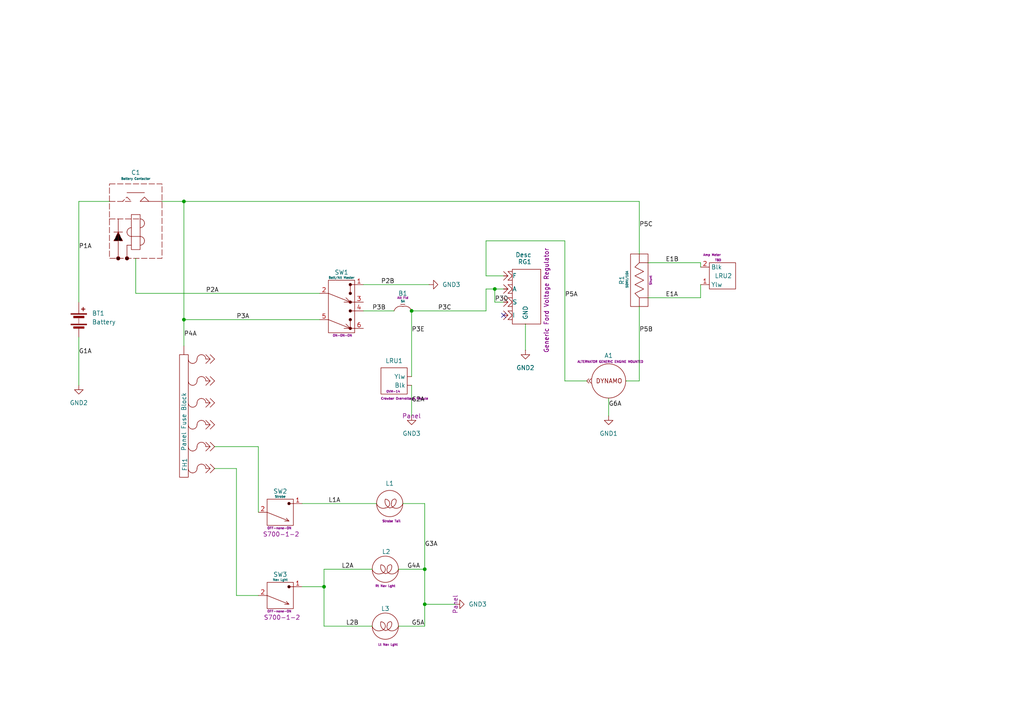
<source format=kicad_sch>
(kicad_sch
	(version 20250114)
	(generator "eeschema")
	(generator_version "9.0")
	(uuid "6b6521b6-b323-4cd8-8554-77f5792eb06b")
	(paper "A4")
	(title_block
		(title "Simplified Z-11")
		(date "2025-10-26")
		(rev "1.0")
	)
	(lib_symbols
		(symbol "AeroElectricConnectionSymbols:Alternator-Generic"
			(pin_numbers
				(hide yes)
			)
			(pin_names
				(hide yes)
			)
			(exclude_from_sim no)
			(in_bom yes)
			(on_board yes)
			(property "Reference" "A"
				(at 0 7.366 0)
				(do_not_autoplace)
				(effects
					(font
						(size 1.27 1.27)
					)
				)
			)
			(property "Value" "val A"
				(at 6.604 -3.556 0)
				(do_not_autoplace)
				(effects
					(font
						(size 0.635 0.635)
					)
					(hide yes)
				)
			)
			(property "Footprint" ""
				(at 5.715 0 0)
				(effects
					(font
						(size 1.27 1.27)
					)
					(hide yes)
				)
			)
			(property "Datasheet" "Alternator"
				(at 6.858 -4.572 0)
				(do_not_autoplace)
				(effects
					(font
						(size 0.635 0.635)
					)
					(hide yes)
				)
			)
			(property "Description" "ALTERNATOR GENERIC ENGINE MOUNTED"
				(at 0.508 5.588 0)
				(do_not_autoplace)
				(effects
					(font
						(size 0.635 0.635)
					)
				)
			)
			(symbol "Alternator-Generic_0_1"
				(polyline
					(pts
						(xy -5.715 0.635) (xy -6.35 0) (xy -5.715 -0.635)
					)
					(stroke
						(width 0)
						(type default)
					)
					(fill
						(type none)
					)
				)
				(polyline
					(pts
						(xy -5.08 0.635) (xy -5.715 0) (xy -5.08 -0.635)
					)
					(stroke
						(width 0)
						(type default)
					)
					(fill
						(type none)
					)
				)
			)
			(symbol "Alternator-Generic_1_1"
				(circle
					(center 0 0)
					(radius 4.9595)
					(stroke
						(width 0)
						(type default)
					)
					(fill
						(type none)
					)
				)
				(text "DYNAMO"
					(at 0.127 0 0)
					(effects
						(font
							(size 1.27 1.27)
						)
					)
				)
				(pin passive line
					(at -6.35 0 0)
					(length 0)
					(name "FIELD"
						(effects
							(font
								(size 1.27 1.27)
							)
						)
					)
					(number ""
						(effects
							(font
								(size 1.27 1.27)
							)
						)
					)
				)
				(pin passive line
					(at 0 -5.08 90)
					(length 0)
					(name "GND"
						(effects
							(font
								(size 1.27 1.27)
							)
						)
					)
					(number ""
						(effects
							(font
								(size 1.27 1.27)
							)
						)
					)
				)
				(pin passive line
					(at 5.08 0 180)
					(length 0)
					(name "OUTPUT"
						(effects
							(font
								(size 1.27 1.27)
							)
						)
					)
					(number ""
						(effects
							(font
								(size 1.27 1.27)
							)
						)
					)
				)
			)
			(embedded_fonts no)
		)
		(symbol "AeroElectricConnectionSymbols:Breaker-Pullable"
			(pin_numbers
				(hide yes)
			)
			(pin_names
				(hide yes)
			)
			(exclude_from_sim no)
			(in_bom yes)
			(on_board yes)
			(property "Reference" "B"
				(at 0 5.08 0)
				(do_not_autoplace)
				(effects
					(font
						(size 1.27 1.27)
					)
				)
			)
			(property "Value" "val A"
				(at 0 2.794 0)
				(do_not_autoplace)
				(effects
					(font
						(size 0.635 0.635)
					)
				)
			)
			(property "Footprint" ""
				(at 0 0 0)
				(effects
					(font
						(size 1.27 1.27)
					)
					(hide yes)
				)
			)
			(property "Datasheet" "Breaker"
				(at 0 -2.54 0)
				(effects
					(font
						(size 1.27 1.27)
					)
					(hide yes)
				)
			)
			(property "Description" "Desc"
				(at 0 3.81 0)
				(do_not_autoplace)
				(effects
					(font
						(size 0.635 0.635)
					)
				)
			)
			(symbol "Breaker-Pullable_0_1"
				(polyline
					(pts
						(xy -0.6495 1.902) (xy 0.6205 1.902)
					)
					(stroke
						(width 0)
						(type default)
					)
					(fill
						(type none)
					)
				)
				(arc
					(start -2.54 0)
					(mid -1.533 1.1611)
					(end 0 1.27)
					(stroke
						(width 0)
						(type default)
					)
					(fill
						(type none)
					)
				)
				(arc
					(start 0 1.27)
					(mid 1.533 1.1611)
					(end 2.54 0)
					(stroke
						(width 0)
						(type default)
					)
					(fill
						(type none)
					)
				)
			)
			(symbol "Breaker-Pullable_1_1"
				(pin passive line
					(at -2.54 0 0)
					(length 0)
					(name "Conn"
						(effects
							(font
								(size 1.27 1.27)
							)
						)
					)
					(number "1"
						(effects
							(font
								(size 1.27 1.27)
							)
						)
					)
				)
				(pin passive line
					(at 2.54 0 180)
					(length 0)
					(name ""
						(effects
							(font
								(size 1.27 1.27)
							)
						)
					)
					(number "2"
						(effects
							(font
								(size 1.27 1.27)
							)
						)
					)
				)
			)
			(embedded_fonts no)
		)
		(symbol "AeroElectricConnectionSymbols:Contactor_3_Terminal_w_Diode"
			(exclude_from_sim no)
			(in_bom yes)
			(on_board yes)
			(property "Reference" "C"
				(at 0 14.732 0)
				(do_not_autoplace)
				(effects
					(font
						(size 1.27 1.27)
					)
				)
			)
			(property "Value" "Desc"
				(at 0 12.954 0)
				(do_not_autoplace)
				(effects
					(font
						(size 0.635 0.635)
					)
				)
			)
			(property "Footprint" ""
				(at 0 1.27 0)
				(effects
					(font
						(size 1.27 1.27)
					)
					(hide yes)
				)
			)
			(property "Datasheet" "Contactor 3 Terminal with Spike Catcher Diode"
				(at 0.254 -16.002 0)
				(effects
					(font
						(size 1.27 1.27)
					)
					(hide yes)
				)
			)
			(property "Description" ""
				(at 0 1.27 0)
				(effects
					(font
						(size 1.27 1.27)
					)
					(hide yes)
				)
			)
			(symbol "Contactor_3_Terminal_w_Diode_0_1"
				(polyline
					(pts
						(xy -6.35 -2.54) (xy -3.81 -2.54)
					)
					(stroke
						(width 0)
						(type default)
					)
					(fill
						(type none)
					)
				)
				(polyline
					(pts
						(xy -5.08 -10.16) (xy -5.08 1.27)
					)
					(stroke
						(width 0)
						(type default)
					)
					(fill
						(type none)
					)
				)
			)
			(symbol "Contactor_3_Terminal_w_Diode_1_1"
				(rectangle
					(start -7.62 11.43)
					(end 7.62 -10.16)
					(stroke
						(width 0)
						(type dash)
					)
					(fill
						(type none)
					)
				)
				(polyline
					(pts
						(xy -7.62 6.35) (xy -1.27 6.35) (xy -2.54 7.62) (xy -3.81 6.35)
					)
					(stroke
						(width 0)
						(type default)
					)
					(fill
						(type none)
					)
				)
				(polyline
					(pts
						(xy -7.62 1.27) (xy 1.27 1.27)
					)
					(stroke
						(width 0)
						(type default)
					)
					(fill
						(type none)
					)
				)
				(polyline
					(pts
						(xy -5.08 -2.54) (xy -6.35 -5.08) (xy -3.81 -5.08) (xy -5.08 -2.54)
					)
					(stroke
						(width 0)
						(type default)
					)
					(fill
						(type color)
						(color 0 0 0 1)
					)
				)
				(circle
					(center -5.08 -10.16)
					(radius 0.508)
					(stroke
						(width 0)
						(type default)
					)
					(fill
						(type color)
						(color 0 0 0 1)
					)
				)
				(polyline
					(pts
						(xy -2.54 8.89) (xy 2.54 8.89)
					)
					(stroke
						(width 0)
						(type default)
					)
					(fill
						(type none)
					)
				)
				(polyline
					(pts
						(xy -2.54 -6.35) (xy -2.54 -10.16)
					)
					(stroke
						(width 0)
						(type default)
					)
					(fill
						(type none)
					)
				)
				(circle
					(center -2.54 -10.16)
					(radius 0.508)
					(stroke
						(width 0)
						(type default)
					)
					(fill
						(type color)
						(color 0 0 0 1)
					)
				)
				(rectangle
					(start -1.27 2.54)
					(end 1.27 -7.62)
					(stroke
						(width 0)
						(type default)
					)
					(fill
						(type none)
					)
				)
				(polyline
					(pts
						(xy -1.27 -3.81) (xy 1.27 -3.81)
					)
					(stroke
						(width 0)
						(type default)
					)
					(fill
						(type none)
					)
				)
				(polyline
					(pts
						(xy -1.27 -6.35) (xy -2.54 -6.35)
					)
					(stroke
						(width 0)
						(type default)
					)
					(fill
						(type none)
					)
				)
				(arc
					(start -1.27 -3.81)
					(mid -2.168 -3.438)
					(end -2.54 -2.54)
					(stroke
						(width 0)
						(type default)
					)
					(fill
						(type none)
					)
				)
				(arc
					(start -2.54 -2.54)
					(mid -2.168 -1.642)
					(end -1.27 -1.27)
					(stroke
						(width 0)
						(type default)
					)
					(fill
						(type none)
					)
				)
				(arc
					(start 1.27 1.27)
					(mid 2.168 0.898)
					(end 2.54 0)
					(stroke
						(width 0)
						(type default)
					)
					(fill
						(type none)
					)
				)
				(arc
					(start 2.54 0)
					(mid 2.168 -0.898)
					(end 1.27 -1.27)
					(stroke
						(width 0)
						(type default)
					)
					(fill
						(type none)
					)
				)
				(arc
					(start 1.27 -3.81)
					(mid 2.168 -4.182)
					(end 2.54 -5.08)
					(stroke
						(width 0)
						(type default)
					)
					(fill
						(type none)
					)
				)
				(arc
					(start 2.54 -5.08)
					(mid 2.168 -5.978)
					(end 1.27 -6.35)
					(stroke
						(width 0)
						(type default)
					)
					(fill
						(type none)
					)
				)
				(polyline
					(pts
						(xy 7.62 6.35) (xy 1.27 6.35) (xy 2.54 7.62) (xy 3.81 6.35)
					)
					(stroke
						(width 0)
						(type default)
					)
					(fill
						(type none)
					)
				)
				(pin passive line
					(at -7.62 6.35 0)
					(length 0)
					(name ""
						(effects
							(font
								(size 1.27 1.27)
							)
						)
					)
					(number ""
						(effects
							(font
								(size 1.27 1.27)
							)
						)
					)
				)
				(pin passive line
					(at -7.62 1.27 0)
					(length 0)
					(name ""
						(effects
							(font
								(size 1.27 1.27)
							)
						)
					)
					(number ""
						(effects
							(font
								(size 1.27 1.27)
							)
						)
					)
				)
				(pin passive line
					(at 0 -10.16 90)
					(length 0)
					(name ""
						(effects
							(font
								(size 0.635 0.635)
							)
						)
					)
					(number ""
						(effects
							(font
								(size 1.27 1.27)
							)
						)
					)
				)
				(pin passive line
					(at 7.62 6.35 180)
					(length 0)
					(name ""
						(effects
							(font
								(size 1.27 1.27)
							)
						)
					)
					(number ""
						(effects
							(font
								(size 1.27 1.27)
							)
						)
					)
				)
			)
			(embedded_fonts no)
		)
		(symbol "AeroElectricConnectionSymbols:Fuse_Holder_6x"
			(pin_numbers
				(hide yes)
			)
			(pin_names
				(offset 0)
				(hide yes)
			)
			(exclude_from_sim no)
			(in_bom yes)
			(on_board yes)
			(property "Reference" "FH"
				(at -3.556 -14.732 90)
				(do_not_autoplace)
				(effects
					(font
						(size 1.27 1.27)
					)
					(justify left)
				)
			)
			(property "Value" "Desc"
				(at -3.81 -8.89 90)
				(do_not_autoplace)
				(effects
					(font
						(size 1.27 1.27)
					)
					(justify left)
				)
			)
			(property "Footprint" ""
				(at -2.54 11.43 0)
				(effects
					(font
						(size 1.27 1.27)
					)
					(hide yes)
				)
			)
			(property "Datasheet" ""
				(at -2.54 11.43 0)
				(effects
					(font
						(size 1.27 1.27)
					)
					(hide yes)
				)
			)
			(property "Description" ""
				(at -2.54 11.43 0)
				(effects
					(font
						(size 1.27 1.27)
					)
					(hide yes)
				)
			)
			(symbol "Fuse_Holder_6x_0_1"
				(rectangle
					(start -5.08 19.05)
					(end -2.54 -16.51)
					(stroke
						(width 0)
						(type default)
					)
					(fill
						(type none)
					)
				)
				(arc
					(start 0 17.78)
					(mid -0.372 16.882)
					(end -1.27 16.51)
					(stroke
						(width 0)
						(type default)
					)
					(fill
						(type none)
					)
				)
				(arc
					(start 0 11.43)
					(mid -0.372 10.532)
					(end -1.27 10.16)
					(stroke
						(width 0)
						(type default)
					)
					(fill
						(type none)
					)
				)
				(arc
					(start 0 5.08)
					(mid -0.372 4.182)
					(end -1.27 3.81)
					(stroke
						(width 0)
						(type default)
					)
					(fill
						(type none)
					)
				)
				(arc
					(start 0 -1.27)
					(mid -0.372 -2.168)
					(end -1.27 -2.54)
					(stroke
						(width 0)
						(type default)
					)
					(fill
						(type none)
					)
				)
				(arc
					(start 0 -7.62)
					(mid -0.372 -8.518)
					(end -1.27 -8.89)
					(stroke
						(width 0)
						(type default)
					)
					(fill
						(type none)
					)
				)
				(arc
					(start 0 -13.97)
					(mid -0.372 -14.868)
					(end -1.27 -15.24)
					(stroke
						(width 0)
						(type default)
					)
					(fill
						(type none)
					)
				)
				(arc
					(start -1.27 16.51)
					(mid -2.168 16.882)
					(end -2.54 17.78)
					(stroke
						(width 0)
						(type default)
					)
					(fill
						(type none)
					)
				)
				(arc
					(start -1.27 10.16)
					(mid -2.168 10.532)
					(end -2.54 11.43)
					(stroke
						(width 0)
						(type default)
					)
					(fill
						(type none)
					)
				)
				(arc
					(start -1.27 3.81)
					(mid -2.168 4.182)
					(end -2.54 5.08)
					(stroke
						(width 0)
						(type default)
					)
					(fill
						(type none)
					)
				)
				(arc
					(start -1.27 -2.54)
					(mid -2.168 -2.168)
					(end -2.54 -1.27)
					(stroke
						(width 0)
						(type default)
					)
					(fill
						(type none)
					)
				)
				(arc
					(start -1.27 -8.89)
					(mid -2.168 -8.518)
					(end -2.54 -7.62)
					(stroke
						(width 0)
						(type default)
					)
					(fill
						(type none)
					)
				)
				(arc
					(start -1.27 -15.24)
					(mid -2.168 -14.868)
					(end -2.54 -13.97)
					(stroke
						(width 0)
						(type default)
					)
					(fill
						(type none)
					)
				)
				(arc
					(start 0 17.78)
					(mid 0.372 18.678)
					(end 1.27 19.05)
					(stroke
						(width 0)
						(type default)
					)
					(fill
						(type none)
					)
				)
				(arc
					(start 1.27 19.05)
					(mid 2.168 18.678)
					(end 2.54 17.78)
					(stroke
						(width 0)
						(type default)
					)
					(fill
						(type none)
					)
				)
				(arc
					(start 0 11.43)
					(mid 0.372 12.328)
					(end 1.27 12.7)
					(stroke
						(width 0)
						(type default)
					)
					(fill
						(type none)
					)
				)
				(arc
					(start 1.27 12.7)
					(mid 2.168 12.328)
					(end 2.54 11.43)
					(stroke
						(width 0)
						(type default)
					)
					(fill
						(type none)
					)
				)
				(arc
					(start 0 5.08)
					(mid 0.372 5.978)
					(end 1.27 6.35)
					(stroke
						(width 0)
						(type default)
					)
					(fill
						(type none)
					)
				)
				(arc
					(start 1.27 6.35)
					(mid 2.168 5.978)
					(end 2.54 5.08)
					(stroke
						(width 0)
						(type default)
					)
					(fill
						(type none)
					)
				)
				(arc
					(start 0 -1.27)
					(mid 0.372 -0.372)
					(end 1.27 0)
					(stroke
						(width 0)
						(type default)
					)
					(fill
						(type none)
					)
				)
				(arc
					(start 1.27 0)
					(mid 2.168 -0.372)
					(end 2.54 -1.27)
					(stroke
						(width 0)
						(type default)
					)
					(fill
						(type none)
					)
				)
				(arc
					(start 0 -7.62)
					(mid 0.372 -6.722)
					(end 1.27 -6.35)
					(stroke
						(width 0)
						(type default)
					)
					(fill
						(type none)
					)
				)
				(arc
					(start 1.27 -6.35)
					(mid 2.168 -6.722)
					(end 2.54 -7.62)
					(stroke
						(width 0)
						(type default)
					)
					(fill
						(type none)
					)
				)
				(arc
					(start 0 -13.97)
					(mid 0.372 -13.072)
					(end 1.27 -12.7)
					(stroke
						(width 0)
						(type default)
					)
					(fill
						(type none)
					)
				)
				(arc
					(start 1.27 -12.7)
					(mid 2.168 -13.072)
					(end 2.54 -13.97)
					(stroke
						(width 0)
						(type default)
					)
					(fill
						(type none)
					)
				)
				(polyline
					(pts
						(xy 2.54 16.51) (xy 3.81 17.78) (xy 2.54 19.05)
					)
					(stroke
						(width 0)
						(type default)
					)
					(fill
						(type none)
					)
				)
				(polyline
					(pts
						(xy 2.54 10.16) (xy 3.81 11.43) (xy 2.54 12.7)
					)
					(stroke
						(width 0)
						(type default)
					)
					(fill
						(type none)
					)
				)
				(polyline
					(pts
						(xy 2.54 3.81) (xy 3.81 5.08) (xy 2.54 6.35)
					)
					(stroke
						(width 0)
						(type default)
					)
					(fill
						(type none)
					)
				)
				(polyline
					(pts
						(xy 2.54 -2.54) (xy 3.81 -1.27) (xy 2.54 0)
					)
					(stroke
						(width 0)
						(type default)
					)
					(fill
						(type none)
					)
				)
				(polyline
					(pts
						(xy 2.54 -8.89) (xy 3.81 -7.62) (xy 2.54 -6.35)
					)
					(stroke
						(width 0)
						(type default)
					)
					(fill
						(type none)
					)
				)
				(polyline
					(pts
						(xy 2.54 -15.24) (xy 3.81 -13.97) (xy 2.54 -12.7)
					)
					(stroke
						(width 0)
						(type default)
					)
					(fill
						(type none)
					)
				)
				(polyline
					(pts
						(xy 3.81 16.51) (xy 5.08 17.78) (xy 3.81 19.05)
					)
					(stroke
						(width 0)
						(type default)
					)
					(fill
						(type none)
					)
				)
				(polyline
					(pts
						(xy 3.81 10.16) (xy 5.08 11.43) (xy 3.81 12.7)
					)
					(stroke
						(width 0)
						(type default)
					)
					(fill
						(type none)
					)
				)
				(polyline
					(pts
						(xy 3.81 3.81) (xy 5.08 5.08) (xy 3.81 6.35)
					)
					(stroke
						(width 0)
						(type default)
					)
					(fill
						(type none)
					)
				)
				(polyline
					(pts
						(xy 3.81 -2.54) (xy 5.08 -1.27) (xy 3.81 0)
					)
					(stroke
						(width 0)
						(type default)
					)
					(fill
						(type none)
					)
				)
				(polyline
					(pts
						(xy 3.81 -8.89) (xy 5.08 -7.62) (xy 3.81 -6.35)
					)
					(stroke
						(width 0)
						(type default)
					)
					(fill
						(type none)
					)
				)
				(polyline
					(pts
						(xy 3.81 -15.24) (xy 5.08 -13.97) (xy 3.81 -12.7)
					)
					(stroke
						(width 0)
						(type default)
					)
					(fill
						(type none)
					)
				)
			)
			(symbol "Fuse_Holder_6x_1_1"
				(polyline
					(pts
						(xy 2.54 17.78) (xy 2.54 17.78)
					)
					(stroke
						(width 0)
						(type default)
					)
					(fill
						(type none)
					)
				)
				(polyline
					(pts
						(xy 2.54 17.78) (xy 2.54 17.78)
					)
					(stroke
						(width 0)
						(type default)
					)
					(fill
						(type none)
					)
				)
				(polyline
					(pts
						(xy 2.54 11.43) (xy 2.54 11.43)
					)
					(stroke
						(width 0)
						(type default)
					)
					(fill
						(type none)
					)
				)
				(polyline
					(pts
						(xy 2.54 11.43) (xy 2.54 11.43)
					)
					(stroke
						(width 0)
						(type default)
					)
					(fill
						(type none)
					)
				)
				(polyline
					(pts
						(xy 2.54 5.08) (xy 2.54 5.08)
					)
					(stroke
						(width 0)
						(type default)
					)
					(fill
						(type none)
					)
				)
				(polyline
					(pts
						(xy 2.54 5.08) (xy 2.54 5.08)
					)
					(stroke
						(width 0)
						(type default)
					)
					(fill
						(type none)
					)
				)
				(polyline
					(pts
						(xy 2.54 -1.27) (xy 2.54 -1.27)
					)
					(stroke
						(width 0)
						(type default)
					)
					(fill
						(type none)
					)
				)
				(polyline
					(pts
						(xy 2.54 -1.27) (xy 2.54 -1.27)
					)
					(stroke
						(width 0)
						(type default)
					)
					(fill
						(type none)
					)
				)
				(polyline
					(pts
						(xy 2.54 -7.62) (xy 2.54 -7.62)
					)
					(stroke
						(width 0)
						(type default)
					)
					(fill
						(type none)
					)
				)
				(polyline
					(pts
						(xy 2.54 -7.62) (xy 2.54 -7.62)
					)
					(stroke
						(width 0)
						(type default)
					)
					(fill
						(type none)
					)
				)
				(polyline
					(pts
						(xy 2.54 -13.97) (xy 2.54 -13.97)
					)
					(stroke
						(width 0)
						(type default)
					)
					(fill
						(type none)
					)
				)
				(polyline
					(pts
						(xy 2.54 -13.97) (xy 2.54 -13.97)
					)
					(stroke
						(width 0)
						(type default)
					)
					(fill
						(type none)
					)
				)
				(polyline
					(pts
						(xy 3.81 17.78) (xy 2.54 17.78)
					)
					(stroke
						(width 0)
						(type default)
					)
					(fill
						(type none)
					)
				)
				(polyline
					(pts
						(xy 3.81 11.43) (xy 2.54 11.43)
					)
					(stroke
						(width 0)
						(type default)
					)
					(fill
						(type none)
					)
				)
				(polyline
					(pts
						(xy 3.81 5.08) (xy 2.54 5.08)
					)
					(stroke
						(width 0)
						(type default)
					)
					(fill
						(type none)
					)
				)
				(polyline
					(pts
						(xy 3.81 -1.27) (xy 2.54 -1.27)
					)
					(stroke
						(width 0)
						(type default)
					)
					(fill
						(type none)
					)
				)
				(polyline
					(pts
						(xy 3.81 -7.62) (xy 2.54 -7.62)
					)
					(stroke
						(width 0)
						(type default)
					)
					(fill
						(type none)
					)
				)
				(polyline
					(pts
						(xy 3.81 -13.97) (xy 2.54 -13.97)
					)
					(stroke
						(width 0)
						(type default)
					)
					(fill
						(type none)
					)
				)
				(pin passive line
					(at -3.81 21.59 270)
					(length 2.54)
					(name "Pwr"
						(effects
							(font
								(size 1.27 1.27)
							)
						)
					)
					(number "1"
						(effects
							(font
								(size 1.27 1.27)
							)
						)
					)
				)
				(pin passive line
					(at 5.08 17.78 180)
					(length 0)
					(name "Desc"
						(effects
							(font
								(size 1.27 1.27)
							)
						)
					)
					(number "Val_A"
						(effects
							(font
								(size 1.27 1.27)
							)
						)
					)
				)
				(pin passive line
					(at 5.08 11.43 180)
					(length 0)
					(name "Desc"
						(effects
							(font
								(size 1.27 1.27)
							)
						)
					)
					(number "Val_A"
						(effects
							(font
								(size 1.27 1.27)
							)
						)
					)
				)
				(pin passive line
					(at 5.08 5.08 180)
					(length 0)
					(name "Desc"
						(effects
							(font
								(size 1.27 1.27)
							)
						)
					)
					(number "Val_A"
						(effects
							(font
								(size 1.27 1.27)
							)
						)
					)
				)
				(pin passive line
					(at 5.08 -1.27 180)
					(length 0)
					(name "Desc"
						(effects
							(font
								(size 1.27 1.27)
							)
						)
					)
					(number "Val_A"
						(effects
							(font
								(size 1.27 1.27)
							)
						)
					)
				)
				(pin passive line
					(at 5.08 -7.62 180)
					(length 0)
					(name "Desc"
						(effects
							(font
								(size 1.27 1.27)
							)
						)
					)
					(number "Val_A"
						(effects
							(font
								(size 1.27 1.27)
							)
						)
					)
				)
				(pin passive line
					(at 5.08 -13.97 180)
					(length 0)
					(name "Desc"
						(effects
							(font
								(size 1.27 1.27)
							)
						)
					)
					(number "Val_A"
						(effects
							(font
								(size 1.27 1.27)
							)
						)
					)
				)
			)
			(embedded_fonts no)
		)
		(symbol "AeroElectricConnectionSymbols:LRU_2x"
			(exclude_from_sim no)
			(in_bom yes)
			(on_board yes)
			(property "Reference" "LRU"
				(at -1.524 0 0)
				(do_not_autoplace)
				(effects
					(font
						(size 1.27 1.27)
					)
				)
			)
			(property "Value" "val A"
				(at -1.524 4.318 0)
				(do_not_autoplace)
				(effects
					(font
						(size 0.635 0.635)
					)
					(hide yes)
				)
			)
			(property "Footprint" ""
				(at -1.27 0 0)
				(effects
					(font
						(size 1.27 1.27)
					)
					(hide yes)
				)
			)
			(property "Datasheet" "TBD"
				(at 0 -4.572 0)
				(do_not_autoplace)
				(effects
					(font
						(size 0.635 0.635)
					)
				)
			)
			(property "Description" "Generic LRU, 2 Connections"
				(at 1.778 -6.096 0)
				(do_not_autoplace)
				(effects
					(font
						(size 0.635 0.635)
					)
					(hide yes)
				)
			)
			(symbol "LRU_2x_0_1"
				(rectangle
					(start -5.08 3.81)
					(end 2.54 -3.81)
					(stroke
						(width 0)
						(type default)
					)
					(fill
						(type none)
					)
				)
			)
			(symbol "LRU_2x_1_1"
				(pin passive line
					(at 5.08 2.54 180)
					(length 2.54)
					(name "Ylw"
						(effects
							(font
								(size 1.27 1.27)
							)
						)
					)
					(number "1"
						(effects
							(font
								(size 1.27 1.27)
							)
						)
					)
				)
				(pin passive line
					(at 5.08 -2.54 180)
					(length 2.54)
					(name "Blk"
						(effects
							(font
								(size 1.27 1.27)
							)
						)
					)
					(number "2"
						(effects
							(font
								(size 1.27 1.27)
							)
						)
					)
				)
			)
			(embedded_fonts no)
		)
		(symbol "AeroElectricConnectionSymbols:Lamp"
			(pin_numbers
				(hide yes)
			)
			(pin_names
				(hide yes)
			)
			(exclude_from_sim no)
			(in_bom yes)
			(on_board yes)
			(property "Reference" "L"
				(at 0 6.096 0)
				(effects
					(font
						(size 1.27 1.27)
					)
				)
			)
			(property "Value" ""
				(at 0 0 90)
				(effects
					(font
						(size 1.27 1.27)
					)
				)
			)
			(property "Footprint" ""
				(at 0 0 90)
				(effects
					(font
						(size 1.27 1.27)
					)
					(hide yes)
				)
			)
			(property "Datasheet" ""
				(at 0 0 90)
				(effects
					(font
						(size 1.27 1.27)
					)
					(hide yes)
				)
			)
			(property "Description" "Desc"
				(at 0 4.572 0)
				(do_not_autoplace)
				(effects
					(font
						(size 0.635 0.635)
					)
				)
			)
			(symbol "Lamp_0_1"
				(arc
					(start -1.27 -1.27)
					(mid -2.803 -1.1611)
					(end -3.81 0)
					(stroke
						(width 0)
						(type default)
					)
					(fill
						(type none)
					)
				)
				(arc
					(start 0 0)
					(mid -0.372 -0.898)
					(end -1.27 -1.27)
					(stroke
						(width 0)
						(type default)
					)
					(fill
						(type none)
					)
				)
				(arc
					(start -1.27 1.27)
					(mid -0.372 0.898)
					(end 0 0)
					(stroke
						(width 0)
						(type default)
					)
					(fill
						(type none)
					)
				)
				(arc
					(start 1.8758 0.9538)
					(mid 1.3985 -0.5466)
					(end 0 -1.27)
					(stroke
						(width 0)
						(type default)
					)
					(fill
						(type none)
					)
				)
				(circle
					(center 0 0)
					(radius 3.81)
					(stroke
						(width 0)
						(type default)
					)
					(fill
						(type none)
					)
				)
				(arc
					(start 0 -1.27)
					(mid -1.1611 -0.263)
					(end -1.27 1.27)
					(stroke
						(width 0)
						(type default)
					)
					(fill
						(type none)
					)
				)
				(arc
					(start 1.3671 1.3353)
					(mid 1.6919 1.2279)
					(end 1.844 0.922)
					(stroke
						(width 0)
						(type default)
					)
					(fill
						(type none)
					)
				)
				(arc
					(start 0.5722 0.1271)
					(mid 0.6847 0.8428)
					(end 1.27 1.27)
					(stroke
						(width 0)
						(type default)
					)
					(fill
						(type none)
					)
				)
				(arc
					(start 1.27 -1.27)
					(mid 0.6002 -0.7291)
					(end 0.5086 0.1271)
					(stroke
						(width 0)
						(type default)
					)
					(fill
						(type none)
					)
				)
				(arc
					(start 3.81 0)
					(mid 2.803 -1.1611)
					(end 1.27 -1.27)
					(stroke
						(width 0)
						(type default)
					)
					(fill
						(type none)
					)
				)
			)
			(symbol "Lamp_1_1"
				(pin passive line
					(at -3.81 0 0)
					(length 0)
					(name "In"
						(effects
							(font
								(size 1.27 1.27)
							)
						)
					)
					(number "1"
						(effects
							(font
								(size 1.27 1.27)
							)
						)
					)
				)
				(pin passive line
					(at 3.81 0 180)
					(length 0)
					(name "Out"
						(effects
							(font
								(size 1.27 1.27)
							)
						)
					)
					(number "2"
						(effects
							(font
								(size 1.27 1.27)
							)
						)
					)
				)
			)
			(embedded_fonts no)
		)
		(symbol "AeroElectricConnectionSymbols:OVM-14"
			(pin_numbers
				(hide yes)
			)
			(exclude_from_sim no)
			(in_bom yes)
			(on_board yes)
			(property "Reference" "LRU"
				(at -1.27 5.842 0)
				(do_not_autoplace)
				(effects
					(font
						(size 1.27 1.27)
					)
				)
			)
			(property "Value" "val A"
				(at -1.524 3.048 0)
				(do_not_autoplace)
				(effects
					(font
						(size 0.635 0.635)
					)
					(hide yes)
				)
			)
			(property "Footprint" ""
				(at -1.27 0 0)
				(effects
					(font
						(size 1.27 1.27)
					)
					(hide yes)
				)
			)
			(property "Datasheet" "OVM-14"
				(at -1.524 -3.048 0)
				(do_not_autoplace)
				(effects
					(font
						(size 0.635 0.635)
					)
				)
			)
			(property "Description" "Crowbar Overvoltage Module"
				(at 1.778 -5.08 0)
				(do_not_autoplace)
				(effects
					(font
						(size 0.635 0.635)
					)
				)
			)
			(symbol "OVM-14_0_1"
				(rectangle
					(start -5.08 3.81)
					(end 2.54 -3.81)
					(stroke
						(width 0)
						(type default)
					)
					(fill
						(type none)
					)
				)
			)
			(symbol "OVM-14_1_1"
				(pin passive line
					(at 3.81 1.27 180)
					(length 1.27)
					(name "Ylw"
						(effects
							(font
								(size 1.27 1.27)
							)
						)
					)
					(number "1"
						(effects
							(font
								(size 1.27 1.27)
							)
						)
					)
				)
				(pin passive line
					(at 3.81 -1.27 180)
					(length 1.27)
					(name "Blk"
						(effects
							(font
								(size 1.27 1.27)
							)
						)
					)
					(number "2"
						(effects
							(font
								(size 1.27 1.27)
							)
						)
					)
				)
			)
			(embedded_fonts no)
		)
		(symbol "AeroElectricConnectionSymbols:S700-1-2"
			(pin_names
				(hide yes)
			)
			(exclude_from_sim no)
			(in_bom yes)
			(on_board yes)
			(property "Reference" "SW"
				(at 0 6.096 0)
				(do_not_autoplace)
				(effects
					(font
						(size 1.27 1.27)
					)
				)
			)
			(property "Value" "Desc"
				(at 0 4.572 0)
				(do_not_autoplace)
				(effects
					(font
						(size 0.635 0.635)
					)
				)
			)
			(property "Footprint" ""
				(at 0 3.048 0)
				(effects
					(font
						(size 1.27 1.27)
					)
					(hide yes)
				)
			)
			(property "Datasheet" "S700-1-2"
				(at -0.254 -7.366 0)
				(effects
					(font
						(size 1.27 1.27)
					)
				)
			)
			(property "Description" "OFF-none-ON"
				(at -0.254 -4.572 0)
				(do_not_autoplace)
				(effects
					(font
						(size 0.635 0.635)
					)
				)
			)
			(symbol "S700-1-2_0_1"
				(rectangle
					(start -3.81 3.81)
					(end 3.81 -3.81)
					(stroke
						(width 0)
						(type default)
					)
					(fill
						(type none)
					)
				)
				(polyline
					(pts
						(xy -3.81 0) (xy 2.54 -2.54) (xy 1.7627 -1.6939)
					)
					(stroke
						(width 0)
						(type default)
					)
					(fill
						(type none)
					)
				)
				(circle
					(center 2.54 2.54)
					(radius 0.381)
					(stroke
						(width 0)
						(type default)
					)
					(fill
						(type color)
						(color 0 0 0 1)
					)
				)
				(polyline
					(pts
						(xy 2.54 -2.54) (xy 1.27 -2.54)
					)
					(stroke
						(width 0)
						(type default)
					)
					(fill
						(type none)
					)
				)
				(polyline
					(pts
						(xy 3.81 2.54) (xy 2.54 2.54)
					)
					(stroke
						(width 0)
						(type default)
					)
					(fill
						(type none)
					)
				)
			)
			(symbol "S700-1-2_1_1"
				(pin passive line
					(at -6.35 0 0)
					(length 2.54)
					(name "IN"
						(effects
							(font
								(size 1.27 1.27)
							)
						)
					)
					(number "2"
						(effects
							(font
								(size 1.27 1.27)
							)
						)
					)
				)
				(pin passive line
					(at 6.35 2.54 180)
					(length 2.54)
					(name "ON"
						(effects
							(font
								(size 1.27 1.27)
							)
						)
					)
					(number "1"
						(effects
							(font
								(size 1.27 1.27)
							)
						)
					)
				)
			)
			(embedded_fonts no)
		)
		(symbol "AeroElectricConnectionSymbols:S700-2-10"
			(pin_names
				(hide yes)
			)
			(exclude_from_sim no)
			(in_bom yes)
			(on_board yes)
			(property "Reference" "SW"
				(at 0 9.906 0)
				(do_not_autoplace)
				(effects
					(font
						(size 1.27 1.27)
					)
				)
			)
			(property "Value" "Desc"
				(at 0 8.382 0)
				(do_not_autoplace)
				(effects
					(font
						(size 0.635 0.635)
					)
				)
			)
			(property "Footprint" ""
				(at 0 6.858 0)
				(effects
					(font
						(size 1.27 1.27)
					)
					(hide yes)
				)
			)
			(property "Datasheet" "S700-2-10"
				(at 0.254 -10.668 0)
				(effects
					(font
						(size 1.27 1.27)
					)
					(hide yes)
				)
			)
			(property "Description" "ON-ON-ON"
				(at 0.254 -8.382 0)
				(do_not_autoplace)
				(effects
					(font
						(size 0.635 0.635)
					)
				)
			)
			(symbol "S700-2-10_0_1"
				(rectangle
					(start -3.81 7.62)
					(end 3.81 -7.62)
					(stroke
						(width 0)
						(type default)
					)
					(fill
						(type none)
					)
				)
				(polyline
					(pts
						(xy -3.81 3.81) (xy 2.54 1.27) (xy 1.27 2.54)
					)
					(stroke
						(width 0)
						(type default)
					)
					(fill
						(type none)
					)
				)
				(polyline
					(pts
						(xy -3.81 -3.81) (xy 2.54 -6.35) (xy 1.27 -5.08)
					)
					(stroke
						(width 0)
						(type default)
					)
					(fill
						(type none)
					)
				)
				(circle
					(center 2.54 6.35)
					(radius 0.381)
					(stroke
						(width 0)
						(type default)
					)
					(fill
						(type color)
						(color 0 0 0 1)
					)
				)
				(polyline
					(pts
						(xy 2.54 3.81) (xy 2.54 6.35)
					)
					(stroke
						(width 0)
						(type default)
					)
					(fill
						(type none)
					)
				)
				(circle
					(center 2.54 3.81)
					(radius 0.381)
					(stroke
						(width 0)
						(type default)
					)
					(fill
						(type color)
						(color 0 0 0 1)
					)
				)
				(polyline
					(pts
						(xy 2.54 1.27) (xy 0.7119 1.27)
					)
					(stroke
						(width 0)
						(type default)
					)
					(fill
						(type none)
					)
				)
				(circle
					(center 2.54 1.27)
					(radius 0.381)
					(stroke
						(width 0)
						(type default)
					)
					(fill
						(type color)
						(color 0 0 0 1)
					)
				)
				(circle
					(center 2.54 -1.27)
					(radius 0.381)
					(stroke
						(width 0)
						(type default)
					)
					(fill
						(type color)
						(color 0 0 0 1)
					)
				)
				(polyline
					(pts
						(xy 2.54 -3.81) (xy 2.54 -6.35)
					)
					(stroke
						(width 0)
						(type default)
					)
					(fill
						(type none)
					)
				)
				(circle
					(center 2.54 -3.81)
					(radius 0.381)
					(stroke
						(width 0)
						(type default)
					)
					(fill
						(type color)
						(color 0 0 0 1)
					)
				)
				(polyline
					(pts
						(xy 2.54 -6.35) (xy 0.7119 -6.35)
					)
					(stroke
						(width 0)
						(type default)
					)
					(fill
						(type none)
					)
				)
				(circle
					(center 2.54 -6.35)
					(radius 0.381)
					(stroke
						(width 0)
						(type default)
					)
					(fill
						(type color)
						(color 0 0 0 1)
					)
				)
				(polyline
					(pts
						(xy 3.81 6.35) (xy 2.54 6.35)
					)
					(stroke
						(width 0)
						(type default)
					)
					(fill
						(type none)
					)
				)
				(polyline
					(pts
						(xy 3.81 1.27) (xy 2.54 1.27)
					)
					(stroke
						(width 0)
						(type default)
					)
					(fill
						(type none)
					)
				)
				(polyline
					(pts
						(xy 3.81 -1.27) (xy 2.54 -1.27)
					)
					(stroke
						(width 0)
						(type default)
					)
					(fill
						(type none)
					)
				)
				(polyline
					(pts
						(xy 3.81 -6.35) (xy 2.54 -6.35)
					)
					(stroke
						(width 0)
						(type default)
					)
					(fill
						(type none)
					)
				)
			)
			(symbol "S700-2-10_1_1"
				(pin passive line
					(at -6.35 3.81 0)
					(length 2.54)
					(name "IN"
						(effects
							(font
								(size 1.27 1.27)
							)
						)
					)
					(number "2"
						(effects
							(font
								(size 1.27 1.27)
							)
						)
					)
				)
				(pin passive line
					(at -6.35 -3.81 0)
					(length 2.54)
					(name "IN"
						(effects
							(font
								(size 1.27 1.27)
							)
						)
					)
					(number "5"
						(effects
							(font
								(size 1.27 1.27)
							)
						)
					)
				)
				(pin passive line
					(at 6.35 6.35 180)
					(length 2.54)
					(name "ON"
						(effects
							(font
								(size 1.27 1.27)
							)
						)
					)
					(number "1"
						(effects
							(font
								(size 1.27 1.27)
							)
						)
					)
				)
				(pin passive line
					(at 6.35 1.27 180)
					(length 2.54)
					(name "ON"
						(effects
							(font
								(size 1.27 1.27)
							)
						)
					)
					(number "3"
						(effects
							(font
								(size 1.27 1.27)
							)
						)
					)
				)
				(pin passive line
					(at 6.35 -1.27 180)
					(length 2.54)
					(name "ON"
						(effects
							(font
								(size 1.27 1.27)
							)
						)
					)
					(number "4"
						(effects
							(font
								(size 1.27 1.27)
							)
						)
					)
				)
				(pin passive line
					(at 6.35 -6.35 180)
					(length 2.54)
					(name "ON"
						(effects
							(font
								(size 1.27 1.27)
							)
						)
					)
					(number "6"
						(effects
							(font
								(size 1.27 1.27)
							)
						)
					)
				)
			)
			(embedded_fonts no)
		)
		(symbol "AeroElectricConnectionSymbols:Shunt"
			(pin_numbers
				(hide yes)
			)
			(pin_names
				(hide yes)
			)
			(exclude_from_sim no)
			(in_bom yes)
			(on_board yes)
			(property "Reference" "R"
				(at 0 5.08 0)
				(do_not_autoplace)
				(effects
					(font
						(size 1.27 1.27)
					)
				)
			)
			(property "Value" "50MV/10A"
				(at 0.254 3.556 0)
				(do_not_autoplace)
				(effects
					(font
						(size 0.635 0.635)
					)
				)
			)
			(property "Footprint" ""
				(at -2.54 0 0)
				(effects
					(font
						(size 1.27 1.27)
					)
					(hide yes)
				)
			)
			(property "Datasheet" "Shunt, 50MV/10A"
				(at -0.254 -4.572 0)
				(do_not_autoplace)
				(effects
					(font
						(size 0.635 0.635)
					)
					(hide yes)
				)
			)
			(property "Description" "Shunt"
				(at 0 -3.302 0)
				(do_not_autoplace)
				(effects
					(font
						(size 0.635 0.635)
					)
				)
			)
			(symbol "Shunt_0_1"
				(polyline
					(pts
						(xy -5.08 0) (xy -3.81 1.27) (xy -2.54 -1.27) (xy -1.27 1.27) (xy 0 -1.27) (xy 1.27 1.27) (xy 2.54 -1.27)
						(xy 3.81 1.27) (xy 5.08 0)
					)
					(stroke
						(width 0)
						(type default)
					)
					(fill
						(type none)
					)
				)
			)
			(symbol "Shunt_1_1"
				(rectangle
					(start -7.62 2.54)
					(end 7.62 -2.54)
					(stroke
						(width 0)
						(type default)
					)
					(fill
						(type none)
					)
				)
				(pin passive line
					(at -7.62 0 0)
					(length 2.54)
					(name "Conn"
						(effects
							(font
								(size 1.27 1.27)
							)
						)
					)
					(number "1"
						(effects
							(font
								(size 1.27 1.27)
							)
						)
					)
				)
				(pin passive line
					(at -5.08 -2.54 90)
					(length 2.54)
					(name ""
						(effects
							(font
								(size 1.27 1.27)
							)
						)
					)
					(number ""
						(effects
							(font
								(size 1.27 1.27)
							)
						)
					)
				)
				(pin passive line
					(at 5.08 -2.54 90)
					(length 2.54)
					(name ""
						(effects
							(font
								(size 1.27 1.27)
							)
						)
					)
					(number ""
						(effects
							(font
								(size 1.27 1.27)
							)
						)
					)
				)
				(pin passive line
					(at 7.62 0 180)
					(length 2.54)
					(name ""
						(effects
							(font
								(size 1.27 1.27)
							)
						)
					)
					(number "2"
						(effects
							(font
								(size 1.27 1.27)
							)
						)
					)
				)
			)
			(embedded_fonts no)
		)
		(symbol "AeroElectricConnectionSymbols:Voltage_Regulator_Ford"
			(pin_numbers
				(hide yes)
			)
			(pin_names
				(offset 1.27)
			)
			(exclude_from_sim no)
			(in_bom yes)
			(on_board yes)
			(property "Reference" "RG"
				(at -4.318 4.826 0)
				(do_not_autoplace)
				(effects
					(font
						(size 1.27 1.27)
					)
					(justify left)
				)
			)
			(property "Value" "Desc"
				(at -4.318 2.794 0)
				(do_not_autoplace)
				(effects
					(font
						(size 1.27 1.27)
					)
					(justify left)
				)
			)
			(property "Footprint" ""
				(at 1.27 13.97 0)
				(effects
					(font
						(size 1.27 1.27)
					)
					(hide yes)
				)
			)
			(property "Datasheet" "Ford Voltage Regulator"
				(at 0.254 -29.21 0)
				(effects
					(font
						(size 1.27 1.27)
					)
					(hide yes)
				)
			)
			(property "Description" "Generic Ford Voltage Regulator"
				(at -9.144 17.018 90)
				(effects
					(font
						(size 1.27 1.27)
					)
				)
			)
			(symbol "Voltage_Regulator_Ford_0_1"
				(rectangle
					(start -6.985 22.86)
					(end 1.27 6.985)
					(stroke
						(width 0)
						(type default)
					)
					(fill
						(type none)
					)
				)
				(polyline
					(pts
						(xy 1.27 21.59) (xy 2.54 21.59) (xy 1.27 20.32) (xy 2.54 19.05) (xy 1.27 19.05)
					)
					(stroke
						(width 0)
						(type default)
					)
					(fill
						(type none)
					)
				)
				(polyline
					(pts
						(xy 1.27 17.78) (xy 2.54 17.78) (xy 1.27 16.51) (xy 2.54 15.24) (xy 1.27 15.24)
					)
					(stroke
						(width 0)
						(type default)
					)
					(fill
						(type none)
					)
				)
				(polyline
					(pts
						(xy 1.27 13.97) (xy 2.54 13.97) (xy 1.27 12.7) (xy 2.54 11.43) (xy 1.27 11.43)
					)
					(stroke
						(width 0)
						(type default)
					)
					(fill
						(type none)
					)
				)
				(polyline
					(pts
						(xy 1.27 10.16) (xy 2.54 10.16) (xy 1.27 8.89) (xy 2.54 7.62) (xy 1.27 7.62)
					)
					(stroke
						(width 0)
						(type default)
					)
					(fill
						(type none)
					)
				)
				(polyline
					(pts
						(xy 3.81 21.59) (xy 2.54 20.32) (xy 3.81 19.05)
					)
					(stroke
						(width 0)
						(type default)
					)
					(fill
						(type none)
					)
				)
				(polyline
					(pts
						(xy 3.81 17.78) (xy 2.54 16.51) (xy 3.81 15.24)
					)
					(stroke
						(width 0)
						(type default)
					)
					(fill
						(type none)
					)
				)
				(polyline
					(pts
						(xy 3.81 13.97) (xy 2.54 12.7) (xy 3.81 11.43)
					)
					(stroke
						(width 0)
						(type default)
					)
					(fill
						(type none)
					)
				)
				(polyline
					(pts
						(xy 3.81 10.16) (xy 2.54 8.89) (xy 3.81 7.62)
					)
					(stroke
						(width 0)
						(type default)
					)
					(fill
						(type none)
					)
				)
			)
			(symbol "Voltage_Regulator_Ford_1_1"
				(polyline
					(pts
						(xy 6.35 20.32) (xy 6.35 20.32)
					)
					(stroke
						(width 0)
						(type default)
					)
					(fill
						(type none)
					)
				)
				(polyline
					(pts
						(xy 6.35 20.32) (xy 6.35 20.32)
					)
					(stroke
						(width 0)
						(type default)
					)
					(fill
						(type none)
					)
				)
				(polyline
					(pts
						(xy 6.35 16.51) (xy 6.35 16.51)
					)
					(stroke
						(width 0)
						(type default)
					)
					(fill
						(type none)
					)
				)
				(polyline
					(pts
						(xy 6.35 16.51) (xy 6.35 16.51)
					)
					(stroke
						(width 0)
						(type default)
					)
					(fill
						(type none)
					)
				)
				(polyline
					(pts
						(xy 6.35 12.7) (xy 6.35 12.7)
					)
					(stroke
						(width 0)
						(type default)
					)
					(fill
						(type none)
					)
				)
				(polyline
					(pts
						(xy 6.35 12.7) (xy 6.35 12.7)
					)
					(stroke
						(width 0)
						(type default)
					)
					(fill
						(type none)
					)
				)
				(polyline
					(pts
						(xy 6.35 8.89) (xy 6.35 8.89)
					)
					(stroke
						(width 0)
						(type default)
					)
					(fill
						(type none)
					)
				)
				(polyline
					(pts
						(xy 6.35 8.89) (xy 6.35 8.89)
					)
					(stroke
						(width 0)
						(type default)
					)
					(fill
						(type none)
					)
				)
				(pin passive line
					(at -2.54 22.86 270)
					(length 0)
					(name "GND"
						(effects
							(font
								(size 1.27 1.27)
							)
						)
					)
					(number "1"
						(effects
							(font
								(size 1.27 1.27)
							)
						)
					)
				)
				(pin passive line
					(at 3.81 20.32 180)
					(length 1.27)
					(name "I"
						(effects
							(font
								(size 1.27 1.27)
							)
						)
					)
					(number "Val_A"
						(effects
							(font
								(size 1.27 1.27)
							)
						)
					)
				)
				(pin passive line
					(at 3.81 16.51 180)
					(length 1.27)
					(name "S"
						(effects
							(font
								(size 1.27 1.27)
							)
						)
					)
					(number "Val_A"
						(effects
							(font
								(size 1.27 1.27)
							)
						)
					)
				)
				(pin passive line
					(at 3.81 12.7 180)
					(length 1.27)
					(name "A"
						(effects
							(font
								(size 1.27 1.27)
							)
						)
					)
					(number "Val_A"
						(effects
							(font
								(size 1.27 1.27)
							)
						)
					)
				)
				(pin passive line
					(at 3.81 8.89 180)
					(length 1.27)
					(name "F"
						(effects
							(font
								(size 1.27 1.27)
							)
						)
					)
					(number "Val_A"
						(effects
							(font
								(size 1.27 1.27)
							)
						)
					)
				)
			)
			(embedded_fonts no)
		)
		(symbol "Device:Battery"
			(pin_numbers
				(hide yes)
			)
			(pin_names
				(offset 0)
				(hide yes)
			)
			(exclude_from_sim no)
			(in_bom yes)
			(on_board yes)
			(property "Reference" "BT"
				(at 2.54 2.54 0)
				(effects
					(font
						(size 1.27 1.27)
					)
					(justify left)
				)
			)
			(property "Value" "Battery"
				(at 2.54 0 0)
				(effects
					(font
						(size 1.27 1.27)
					)
					(justify left)
				)
			)
			(property "Footprint" ""
				(at 0 1.524 90)
				(effects
					(font
						(size 1.27 1.27)
					)
					(hide yes)
				)
			)
			(property "Datasheet" "~"
				(at 0 1.524 90)
				(effects
					(font
						(size 1.27 1.27)
					)
					(hide yes)
				)
			)
			(property "Description" "Multiple-cell battery"
				(at 0 0 0)
				(effects
					(font
						(size 1.27 1.27)
					)
					(hide yes)
				)
			)
			(property "ki_keywords" "batt voltage-source cell"
				(at 0 0 0)
				(effects
					(font
						(size 1.27 1.27)
					)
					(hide yes)
				)
			)
			(symbol "Battery_0_1"
				(rectangle
					(start -2.286 1.778)
					(end 2.286 1.524)
					(stroke
						(width 0)
						(type default)
					)
					(fill
						(type outline)
					)
				)
				(rectangle
					(start -2.286 -1.27)
					(end 2.286 -1.524)
					(stroke
						(width 0)
						(type default)
					)
					(fill
						(type outline)
					)
				)
				(rectangle
					(start -1.524 1.016)
					(end 1.524 0.508)
					(stroke
						(width 0)
						(type default)
					)
					(fill
						(type outline)
					)
				)
				(rectangle
					(start -1.524 -2.032)
					(end 1.524 -2.54)
					(stroke
						(width 0)
						(type default)
					)
					(fill
						(type outline)
					)
				)
				(polyline
					(pts
						(xy 0 1.778) (xy 0 2.54)
					)
					(stroke
						(width 0)
						(type default)
					)
					(fill
						(type none)
					)
				)
				(polyline
					(pts
						(xy 0 0) (xy 0 0.254)
					)
					(stroke
						(width 0)
						(type default)
					)
					(fill
						(type none)
					)
				)
				(polyline
					(pts
						(xy 0 -0.508) (xy 0 -0.254)
					)
					(stroke
						(width 0)
						(type default)
					)
					(fill
						(type none)
					)
				)
				(polyline
					(pts
						(xy 0 -1.016) (xy 0 -0.762)
					)
					(stroke
						(width 0)
						(type default)
					)
					(fill
						(type none)
					)
				)
				(polyline
					(pts
						(xy 0.762 3.048) (xy 1.778 3.048)
					)
					(stroke
						(width 0.254)
						(type default)
					)
					(fill
						(type none)
					)
				)
				(polyline
					(pts
						(xy 1.27 3.556) (xy 1.27 2.54)
					)
					(stroke
						(width 0.254)
						(type default)
					)
					(fill
						(type none)
					)
				)
			)
			(symbol "Battery_1_1"
				(pin passive line
					(at 0 5.08 270)
					(length 2.54)
					(name "+"
						(effects
							(font
								(size 1.27 1.27)
							)
						)
					)
					(number "1"
						(effects
							(font
								(size 1.27 1.27)
							)
						)
					)
				)
				(pin passive line
					(at 0 -5.08 90)
					(length 2.54)
					(name "-"
						(effects
							(font
								(size 1.27 1.27)
							)
						)
					)
					(number "2"
						(effects
							(font
								(size 1.27 1.27)
							)
						)
					)
				)
			)
			(embedded_fonts no)
		)
		(symbol "power:GND1"
			(power)
			(pin_numbers
				(hide yes)
			)
			(pin_names
				(offset 0)
				(hide yes)
			)
			(exclude_from_sim no)
			(in_bom yes)
			(on_board yes)
			(property "Reference" "#PWR"
				(at 0 -6.35 0)
				(effects
					(font
						(size 1.27 1.27)
					)
					(hide yes)
				)
			)
			(property "Value" "GND1"
				(at 0 -3.81 0)
				(effects
					(font
						(size 1.27 1.27)
					)
				)
			)
			(property "Footprint" ""
				(at 0 0 0)
				(effects
					(font
						(size 1.27 1.27)
					)
					(hide yes)
				)
			)
			(property "Datasheet" ""
				(at 0 0 0)
				(effects
					(font
						(size 1.27 1.27)
					)
					(hide yes)
				)
			)
			(property "Description" "Power symbol creates a global label with name \"GND1\" , ground"
				(at 0 0 0)
				(effects
					(font
						(size 1.27 1.27)
					)
					(hide yes)
				)
			)
			(property "ki_keywords" "global power"
				(at 0 0 0)
				(effects
					(font
						(size 1.27 1.27)
					)
					(hide yes)
				)
			)
			(symbol "GND1_0_1"
				(polyline
					(pts
						(xy 0 0) (xy 0 -1.27) (xy 1.27 -1.27) (xy 0 -2.54) (xy -1.27 -1.27) (xy 0 -1.27)
					)
					(stroke
						(width 0)
						(type default)
					)
					(fill
						(type none)
					)
				)
			)
			(symbol "GND1_1_1"
				(pin power_in line
					(at 0 0 270)
					(length 0)
					(name "~"
						(effects
							(font
								(size 1.27 1.27)
							)
						)
					)
					(number "1"
						(effects
							(font
								(size 1.27 1.27)
							)
						)
					)
				)
			)
			(embedded_fonts no)
		)
		(symbol "power:GND2"
			(power)
			(pin_numbers
				(hide yes)
			)
			(pin_names
				(offset 0)
				(hide yes)
			)
			(exclude_from_sim no)
			(in_bom yes)
			(on_board yes)
			(property "Reference" "#PWR"
				(at 0 -6.35 0)
				(effects
					(font
						(size 1.27 1.27)
					)
					(hide yes)
				)
			)
			(property "Value" "GND2"
				(at 0 -3.81 0)
				(effects
					(font
						(size 1.27 1.27)
					)
				)
			)
			(property "Footprint" ""
				(at 0 0 0)
				(effects
					(font
						(size 1.27 1.27)
					)
					(hide yes)
				)
			)
			(property "Datasheet" ""
				(at 0 0 0)
				(effects
					(font
						(size 1.27 1.27)
					)
					(hide yes)
				)
			)
			(property "Description" "Power symbol creates a global label with name \"GND2\" , ground"
				(at 0 0 0)
				(effects
					(font
						(size 1.27 1.27)
					)
					(hide yes)
				)
			)
			(property "ki_keywords" "global power"
				(at 0 0 0)
				(effects
					(font
						(size 1.27 1.27)
					)
					(hide yes)
				)
			)
			(symbol "GND2_0_1"
				(polyline
					(pts
						(xy 0 0) (xy 0 -1.27) (xy 1.27 -1.27) (xy 0 -2.54) (xy -1.27 -1.27) (xy 0 -1.27)
					)
					(stroke
						(width 0)
						(type default)
					)
					(fill
						(type none)
					)
				)
			)
			(symbol "GND2_1_1"
				(pin power_in line
					(at 0 0 270)
					(length 0)
					(name "~"
						(effects
							(font
								(size 1.27 1.27)
							)
						)
					)
					(number "1"
						(effects
							(font
								(size 1.27 1.27)
							)
						)
					)
				)
			)
			(embedded_fonts no)
		)
		(symbol "power:GND3"
			(power)
			(pin_numbers
				(hide yes)
			)
			(pin_names
				(offset 0)
				(hide yes)
			)
			(exclude_from_sim no)
			(in_bom yes)
			(on_board yes)
			(property "Reference" "#PWR"
				(at 0 -6.35 0)
				(effects
					(font
						(size 1.27 1.27)
					)
					(hide yes)
				)
			)
			(property "Value" "GND3"
				(at 0 -3.81 0)
				(effects
					(font
						(size 1.27 1.27)
					)
				)
			)
			(property "Footprint" ""
				(at 0 0 0)
				(effects
					(font
						(size 1.27 1.27)
					)
					(hide yes)
				)
			)
			(property "Datasheet" ""
				(at 0 0 0)
				(effects
					(font
						(size 1.27 1.27)
					)
					(hide yes)
				)
			)
			(property "Description" "Power symbol creates a global label with name \"GND3\" , ground"
				(at 0 0 0)
				(effects
					(font
						(size 1.27 1.27)
					)
					(hide yes)
				)
			)
			(property "ki_keywords" "global power"
				(at 0 0 0)
				(effects
					(font
						(size 1.27 1.27)
					)
					(hide yes)
				)
			)
			(symbol "GND3_0_1"
				(polyline
					(pts
						(xy 0 0) (xy 0 -1.27) (xy 1.27 -1.27) (xy 0 -2.54) (xy -1.27 -1.27) (xy 0 -1.27)
					)
					(stroke
						(width 0)
						(type default)
					)
					(fill
						(type none)
					)
				)
			)
			(symbol "GND3_1_1"
				(pin power_in line
					(at 0 0 270)
					(length 0)
					(name "~"
						(effects
							(font
								(size 1.27 1.27)
							)
						)
					)
					(number "1"
						(effects
							(font
								(size 1.27 1.27)
							)
						)
					)
				)
			)
			(embedded_fonts no)
		)
	)
	(junction
		(at 119.38 90.17)
		(diameter 0)
		(color 0 0 0 0)
		(uuid "0141a08d-27c8-492f-b982-7c7a0c59265c")
	)
	(junction
		(at 123.19 165.1)
		(diameter 0)
		(color 0 0 0 0)
		(uuid "0ab9df0b-1b66-48db-9145-910c6725ae35")
	)
	(junction
		(at 93.98 170.18)
		(diameter 0)
		(color 0 0 0 0)
		(uuid "1e8c07dd-b561-48e5-b573-d7ac034c4e1c")
	)
	(junction
		(at 143.51 83.82)
		(diameter 0)
		(color 0 0 0 0)
		(uuid "2671b389-3bd7-4267-b92e-1faa63abf6ba")
	)
	(junction
		(at 53.34 58.42)
		(diameter 0)
		(color 0 0 0 0)
		(uuid "66358042-e346-4c94-b2fd-1c8a2da01a2c")
	)
	(junction
		(at 123.19 175.26)
		(diameter 0)
		(color 0 0 0 0)
		(uuid "c22a9507-b491-49f4-b6e9-4daf6d5713df")
	)
	(junction
		(at 53.34 92.71)
		(diameter 0)
		(color 0 0 0 0)
		(uuid "e83fb5f7-5246-4618-9147-fcbaeacb61db")
	)
	(no_connect
		(at 146.05 91.44)
		(uuid "b1cd9924-df69-4127-be37-def5a2f2e055")
	)
	(wire
		(pts
			(xy 68.58 135.89) (xy 68.58 172.72)
		)
		(stroke
			(width 0)
			(type default)
		)
		(uuid "03659c04-a838-4cd6-bb44-3d57135ee2dd")
	)
	(wire
		(pts
			(xy 74.93 129.54) (xy 74.93 148.59)
		)
		(stroke
			(width 0)
			(type default)
		)
		(uuid "0e44c71d-3206-4645-817e-f561a86be972")
	)
	(wire
		(pts
			(xy 53.34 58.42) (xy 53.34 92.71)
		)
		(stroke
			(width 0)
			(type default)
		)
		(uuid "12946552-9009-4986-a8e6-b6013cbcf563")
	)
	(wire
		(pts
			(xy 185.42 58.42) (xy 185.42 73.66)
		)
		(stroke
			(width 0)
			(type default)
		)
		(uuid "1837a935-8dc1-40e4-ba16-3db21f51159b")
	)
	(wire
		(pts
			(xy 53.34 92.71) (xy 53.34 100.33)
		)
		(stroke
			(width 0)
			(type default)
		)
		(uuid "1a0d06e3-4018-490a-83ee-f61104d8bd0e")
	)
	(wire
		(pts
			(xy 163.83 110.49) (xy 170.18 110.49)
		)
		(stroke
			(width 0)
			(type default)
		)
		(uuid "203cea83-3df0-4e70-bd1b-ca38d1dff0bd")
	)
	(wire
		(pts
			(xy 143.51 87.63) (xy 143.51 83.82)
		)
		(stroke
			(width 0)
			(type default)
		)
		(uuid "210d13b1-2a65-4583-bd4c-f8652c69603b")
	)
	(wire
		(pts
			(xy 140.97 90.17) (xy 140.97 83.82)
		)
		(stroke
			(width 0)
			(type default)
		)
		(uuid "21e2f625-533a-4206-b191-c493e1bf9630")
	)
	(wire
		(pts
			(xy 115.57 165.1) (xy 123.19 165.1)
		)
		(stroke
			(width 0)
			(type default)
		)
		(uuid "236872be-e6c9-47b5-9237-1a5544a355b3")
	)
	(wire
		(pts
			(xy 119.38 111.76) (xy 119.38 120.65)
		)
		(stroke
			(width 0)
			(type default)
		)
		(uuid "256047e0-b855-4947-8f69-6cbf0160353e")
	)
	(wire
		(pts
			(xy 87.63 146.05) (xy 109.22 146.05)
		)
		(stroke
			(width 0)
			(type default)
		)
		(uuid "2ad4e206-a96e-4e69-b6d4-42101ba7c20b")
	)
	(wire
		(pts
			(xy 119.38 90.17) (xy 140.97 90.17)
		)
		(stroke
			(width 0)
			(type default)
		)
		(uuid "2b0a7b72-44fa-4b80-b076-e49f51a1a843")
	)
	(wire
		(pts
			(xy 53.34 58.42) (xy 185.42 58.42)
		)
		(stroke
			(width 0)
			(type default)
		)
		(uuid "2ba267ad-bbaf-4612-8124-c43633fa3072")
	)
	(wire
		(pts
			(xy 163.83 69.85) (xy 163.83 110.49)
		)
		(stroke
			(width 0)
			(type default)
		)
		(uuid "2d762eb7-3402-45bd-8830-65114a706951")
	)
	(wire
		(pts
			(xy 62.23 135.89) (xy 68.58 135.89)
		)
		(stroke
			(width 0)
			(type default)
		)
		(uuid "2f71634e-163e-4856-b940-bb84c0761334")
	)
	(wire
		(pts
			(xy 62.23 129.54) (xy 74.93 129.54)
		)
		(stroke
			(width 0)
			(type default)
		)
		(uuid "38ae2ad0-8e51-4dae-aaf2-4acade3b3340")
	)
	(wire
		(pts
			(xy 176.53 115.57) (xy 176.53 120.65)
		)
		(stroke
			(width 0)
			(type default)
		)
		(uuid "4d338631-3139-41eb-8e68-87c4f9c93537")
	)
	(wire
		(pts
			(xy 187.96 86.36) (xy 203.2 86.36)
		)
		(stroke
			(width 0)
			(type default)
		)
		(uuid "55b4dec5-3de6-4a7c-b791-537e9d5472a6")
	)
	(wire
		(pts
			(xy 39.37 74.93) (xy 39.37 85.09)
		)
		(stroke
			(width 0)
			(type default)
		)
		(uuid "592fc395-39c7-4caa-b618-fe8d951f6e30")
	)
	(wire
		(pts
			(xy 123.19 146.05) (xy 123.19 165.1)
		)
		(stroke
			(width 0)
			(type default)
		)
		(uuid "5ba3b21f-b916-4cbc-af56-8a650ffb1d62")
	)
	(wire
		(pts
			(xy 119.38 90.17) (xy 119.38 109.22)
		)
		(stroke
			(width 0)
			(type default)
		)
		(uuid "626e3110-27de-48e6-b683-4332c2fb6b8b")
	)
	(wire
		(pts
			(xy 203.2 76.2) (xy 203.2 77.47)
		)
		(stroke
			(width 0)
			(type default)
		)
		(uuid "70e7f8d1-b7b1-46a7-916c-1aa42ea7aaea")
	)
	(wire
		(pts
			(xy 115.57 181.61) (xy 123.19 181.61)
		)
		(stroke
			(width 0)
			(type default)
		)
		(uuid "74c809cd-4938-479d-806a-a7964b353bac")
	)
	(wire
		(pts
			(xy 68.58 172.72) (xy 74.93 172.72)
		)
		(stroke
			(width 0)
			(type default)
		)
		(uuid "78951ad8-e5bd-41d1-9013-66d5c7d40490")
	)
	(wire
		(pts
			(xy 123.19 181.61) (xy 123.19 175.26)
		)
		(stroke
			(width 0)
			(type default)
		)
		(uuid "8234daa2-16d6-4eda-9582-3bbffe9aefaa")
	)
	(wire
		(pts
			(xy 146.05 87.63) (xy 143.51 87.63)
		)
		(stroke
			(width 0)
			(type default)
		)
		(uuid "82b84320-ad82-410d-91b9-988705eaad08")
	)
	(wire
		(pts
			(xy 39.37 85.09) (xy 92.71 85.09)
		)
		(stroke
			(width 0)
			(type default)
		)
		(uuid "83136778-d54c-4b92-8f63-57dcca683df0")
	)
	(wire
		(pts
			(xy 22.86 97.79) (xy 22.86 111.76)
		)
		(stroke
			(width 0)
			(type default)
		)
		(uuid "85c73958-2307-426a-a3a6-7645437658e0")
	)
	(wire
		(pts
			(xy 93.98 170.18) (xy 93.98 165.1)
		)
		(stroke
			(width 0)
			(type default)
		)
		(uuid "878331aa-bf11-468c-9654-725a6adb9764")
	)
	(wire
		(pts
			(xy 140.97 69.85) (xy 163.83 69.85)
		)
		(stroke
			(width 0)
			(type default)
		)
		(uuid "88e3388c-5ec6-493c-a231-84ccbcf2378a")
	)
	(wire
		(pts
			(xy 87.63 170.18) (xy 93.98 170.18)
		)
		(stroke
			(width 0)
			(type default)
		)
		(uuid "9087ce65-18d2-4146-a3dc-15e967b33095")
	)
	(wire
		(pts
			(xy 93.98 181.61) (xy 93.98 170.18)
		)
		(stroke
			(width 0)
			(type default)
		)
		(uuid "92a0ac6b-3e03-45f8-b4b2-ad49c733324e")
	)
	(wire
		(pts
			(xy 123.19 175.26) (xy 132.08 175.26)
		)
		(stroke
			(width 0)
			(type default)
		)
		(uuid "94d336b5-6b96-488a-953b-e8f2b7e74e84")
	)
	(wire
		(pts
			(xy 105.41 90.17) (xy 114.3 90.17)
		)
		(stroke
			(width 0)
			(type default)
		)
		(uuid "9944861c-b4a8-48dd-8ae8-f2bab76ab583")
	)
	(wire
		(pts
			(xy 143.51 83.82) (xy 146.05 83.82)
		)
		(stroke
			(width 0)
			(type default)
		)
		(uuid "9b83c2cf-dc92-4731-b286-3c16a02c4c30")
	)
	(wire
		(pts
			(xy 185.42 110.49) (xy 181.61 110.49)
		)
		(stroke
			(width 0)
			(type default)
		)
		(uuid "a45c9790-3c47-455a-8219-ebff5e6746da")
	)
	(wire
		(pts
			(xy 116.84 146.05) (xy 123.19 146.05)
		)
		(stroke
			(width 0)
			(type default)
		)
		(uuid "a655273f-cd93-4b8a-8261-728ba77cb048")
	)
	(wire
		(pts
			(xy 185.42 88.9) (xy 185.42 110.49)
		)
		(stroke
			(width 0)
			(type default)
		)
		(uuid "a8661e9e-8869-4dd2-b237-05777d89f3dc")
	)
	(wire
		(pts
			(xy 53.34 92.71) (xy 92.71 92.71)
		)
		(stroke
			(width 0)
			(type default)
		)
		(uuid "aaf0a0f1-015c-40b2-a4ce-99edffcdaf45")
	)
	(wire
		(pts
			(xy 105.41 82.55) (xy 124.46 82.55)
		)
		(stroke
			(width 0)
			(type default)
		)
		(uuid "ab79b2ba-c9dd-4c8a-9331-bd35ab1f62fa")
	)
	(wire
		(pts
			(xy 187.96 76.2) (xy 203.2 76.2)
		)
		(stroke
			(width 0)
			(type default)
		)
		(uuid "b34dace2-e962-419d-ab0b-0ddbd422b2ba")
	)
	(wire
		(pts
			(xy 123.19 165.1) (xy 123.19 175.26)
		)
		(stroke
			(width 0)
			(type default)
		)
		(uuid "bb876f45-8f97-4963-9b01-e4c1942fd39b")
	)
	(wire
		(pts
			(xy 93.98 165.1) (xy 107.95 165.1)
		)
		(stroke
			(width 0)
			(type default)
		)
		(uuid "c4ef2de8-ed0a-4c51-965c-3e08ad78bd3b")
	)
	(wire
		(pts
			(xy 46.99 58.42) (xy 53.34 58.42)
		)
		(stroke
			(width 0)
			(type default)
		)
		(uuid "c85edb20-3a59-41bd-9a8c-b5c324c5908e")
	)
	(wire
		(pts
			(xy 146.05 80.01) (xy 140.97 80.01)
		)
		(stroke
			(width 0)
			(type default)
		)
		(uuid "c8a6534d-4cad-4c0d-8d33-bc1bf5f57d10")
	)
	(wire
		(pts
			(xy 140.97 80.01) (xy 140.97 69.85)
		)
		(stroke
			(width 0)
			(type default)
		)
		(uuid "dafcd3e2-4d74-4bff-8ea5-392d3734336a")
	)
	(wire
		(pts
			(xy 152.4 93.98) (xy 152.4 101.6)
		)
		(stroke
			(width 0)
			(type default)
		)
		(uuid "de82be36-42db-4cc4-be5b-75b6e665f2b2")
	)
	(wire
		(pts
			(xy 203.2 86.36) (xy 203.2 82.55)
		)
		(stroke
			(width 0)
			(type default)
		)
		(uuid "e0780952-f0d3-48c0-86b0-734051543cf3")
	)
	(wire
		(pts
			(xy 140.97 83.82) (xy 143.51 83.82)
		)
		(stroke
			(width 0)
			(type default)
		)
		(uuid "e157a70c-2106-4147-8816-f4c3a50b7af3")
	)
	(wire
		(pts
			(xy 22.86 58.42) (xy 31.75 58.42)
		)
		(stroke
			(width 0)
			(type default)
		)
		(uuid "ee2fdc58-3a22-4990-b773-a8170ef225e4")
	)
	(wire
		(pts
			(xy 107.95 181.61) (xy 93.98 181.61)
		)
		(stroke
			(width 0)
			(type default)
		)
		(uuid "eebfe480-c3bf-4068-b9b5-9a0b5c794944")
	)
	(wire
		(pts
			(xy 22.86 87.63) (xy 22.86 58.42)
		)
		(stroke
			(width 0)
			(type default)
		)
		(uuid "f413c23a-0775-4e54-84f4-806c79cb81e7")
	)
	(label "P4A"
		(at 53.34 97.79 0)
		(effects
			(font
				(size 1.27 1.27)
			)
			(justify left bottom)
		)
		(uuid "07852de1-0c72-4e2f-8b29-38d57abbd866")
	)
	(label "P3E"
		(at 119.38 96.52 0)
		(effects
			(font
				(size 1.27 1.27)
			)
			(justify left bottom)
		)
		(uuid "10acdf89-fce1-49bf-98fe-17bfc87ba50f")
	)
	(label "P2A"
		(at 59.69 85.09 0)
		(effects
			(font
				(size 1.27 1.27)
			)
			(justify left bottom)
		)
		(uuid "15ad339c-bdef-4713-afef-ddd3d3736ed0")
	)
	(label "G6A"
		(at 176.53 118.11 0)
		(effects
			(font
				(size 1.27 1.27)
			)
			(justify left bottom)
		)
		(uuid "1892814e-f64b-4e74-bc1d-2b94966e4d09")
	)
	(label "P5A"
		(at 163.83 86.36 0)
		(effects
			(font
				(size 1.27 1.27)
			)
			(justify left bottom)
		)
		(uuid "1d42390b-06ef-4c87-92a5-473996591195")
	)
	(label "G1A"
		(at 22.86 102.87 0)
		(effects
			(font
				(size 1.27 1.27)
			)
			(justify left bottom)
		)
		(uuid "1f58e95f-a59a-42fd-9ee2-1c388a4e8186")
	)
	(label "L1A"
		(at 95.25 146.05 0)
		(effects
			(font
				(size 1.27 1.27)
			)
			(justify left bottom)
		)
		(uuid "27ab6c0d-718e-4518-b14c-bcf65b97a165")
	)
	(label "G2A"
		(at 119.38 116.84 0)
		(effects
			(font
				(size 1.27 1.27)
			)
			(justify left bottom)
		)
		(uuid "331ffe19-dd6d-4756-8b80-e9c1b7971897")
	)
	(label "P5C"
		(at 185.42 66.04 0)
		(effects
			(font
				(size 1.27 1.27)
			)
			(justify left bottom)
		)
		(uuid "332c00a7-3687-483c-9a47-9c58e28dd4c8")
	)
	(label "E1B"
		(at 193.04 76.2 0)
		(effects
			(font
				(size 1.27 1.27)
			)
			(justify left bottom)
		)
		(uuid "4b195248-f405-44f5-9afb-b94bc0c9852e")
	)
	(label "G5A"
		(at 119.38 181.61 0)
		(effects
			(font
				(size 1.27 1.27)
			)
			(justify left bottom)
		)
		(uuid "4c6d8151-2209-495c-aefd-9b98273972f4")
	)
	(label "G4A"
		(at 118.11 165.1 0)
		(effects
			(font
				(size 1.27 1.27)
			)
			(justify left bottom)
		)
		(uuid "626d8643-93f6-4b5c-a0dc-24d892363939")
	)
	(label "P3A"
		(at 68.58 92.71 0)
		(effects
			(font
				(size 1.27 1.27)
			)
			(justify left bottom)
		)
		(uuid "88298af5-38d1-4712-be07-0eb9461186a7")
	)
	(label "P5B"
		(at 185.42 96.52 0)
		(effects
			(font
				(size 1.27 1.27)
			)
			(justify left bottom)
		)
		(uuid "a3e59e55-3d9a-4c0f-b2d4-53df0afbf834")
	)
	(label "P1A"
		(at 22.86 72.39 0)
		(effects
			(font
				(size 1.27 1.27)
			)
			(justify left bottom)
		)
		(uuid "a5726da4-834c-4bcb-b23c-774ef664a1e5")
	)
	(label "G3A"
		(at 123.19 158.75 0)
		(effects
			(font
				(size 1.27 1.27)
			)
			(justify left bottom)
		)
		(uuid "b6405156-fb6d-4b5f-82b2-5c641c9c74bd")
	)
	(label "P2B"
		(at 110.49 82.55 0)
		(effects
			(font
				(size 1.27 1.27)
			)
			(justify left bottom)
		)
		(uuid "bc501278-c93b-42fd-bfc3-c72131eccb2c")
	)
	(label "P3D"
		(at 143.51 87.63 0)
		(effects
			(font
				(size 1.27 1.27)
			)
			(justify left bottom)
		)
		(uuid "c7ddeee0-a3b1-4c0f-9921-7cfc7b9de53d")
	)
	(label "E1A"
		(at 193.04 86.36 0)
		(effects
			(font
				(size 1.27 1.27)
			)
			(justify left bottom)
		)
		(uuid "e4664c60-4f0c-49fb-9a8c-e77b6b3d9d8b")
	)
	(label "L2B"
		(at 100.33 181.61 0)
		(effects
			(font
				(size 1.27 1.27)
			)
			(justify left bottom)
		)
		(uuid "e82d8b1b-89e3-4b27-8404-1bc53a8cca7a")
	)
	(label "P3B"
		(at 107.95 90.17 0)
		(effects
			(font
				(size 1.27 1.27)
			)
			(justify left bottom)
		)
		(uuid "eff3c961-cb0a-40ba-940b-8ef3d8ddfdab")
	)
	(label "P3C"
		(at 127 90.17 0)
		(effects
			(font
				(size 1.27 1.27)
			)
			(justify left bottom)
		)
		(uuid "f9797e8b-4ba6-418e-88d7-dff9506b655b")
	)
	(label "L2A"
		(at 99.06 165.1 0)
		(effects
			(font
				(size 1.27 1.27)
			)
			(justify left bottom)
		)
		(uuid "ffa6a875-a425-449e-a075-ab5a0bfcaeba")
	)
	(symbol
		(lib_id "power:GND1")
		(at 176.53 120.65 0)
		(unit 1)
		(exclude_from_sim no)
		(in_bom yes)
		(on_board yes)
		(dnp no)
		(fields_autoplaced yes)
		(uuid "192575ca-6e84-4d39-b452-cf1af920dfb0")
		(property "Reference" "GND1"
			(at 176.53 127 0)
			(effects
				(font
					(size 1.27 1.27)
				)
				(hide yes)
			)
		)
		(property "Value" "GND1"
			(at 176.53 125.73 0)
			(effects
				(font
					(size 1.27 1.27)
				)
			)
		)
		(property "Footprint" ""
			(at 176.53 120.65 0)
			(effects
				(font
					(size 1.27 1.27)
				)
				(hide yes)
			)
		)
		(property "Datasheet" ""
			(at 176.53 120.65 0)
			(effects
				(font
					(size 1.27 1.27)
				)
				(hide yes)
			)
		)
		(property "Description" "Engine"
			(at 176.53 120.65 0)
			(effects
				(font
					(size 1.27 1.27)
				)
				(hide yes)
			)
		)
		(property "LocLoad" "(20,25,15)G"
			(at 176.53 120.65 0)
			(effects
				(font
					(size 1.27 1.27)
				)
				(hide yes)
			)
		)
		(pin "1"
			(uuid "1edb14d8-790d-42ef-9dc4-9db0c0860df4")
		)
		(instances
			(project ""
				(path "/6b6521b6-b323-4cd8-8554-77f5792eb06b"
					(reference "GND1")
					(unit 1)
				)
			)
		)
	)
	(symbol
		(lib_id "AeroElectricConnectionSymbols:Breaker-Pullable")
		(at 116.84 90.17 0)
		(unit 1)
		(exclude_from_sim no)
		(in_bom yes)
		(on_board yes)
		(dnp no)
		(fields_autoplaced yes)
		(uuid "289e1cb1-3eda-41c3-8dbb-a36dc42d4048")
		(property "Reference" "B1"
			(at 116.84 85.09 0)
			(do_not_autoplace yes)
			(effects
				(font
					(size 1.27 1.27)
				)
			)
		)
		(property "Value" "5A"
			(at 116.84 87.376 0)
			(do_not_autoplace yes)
			(effects
				(font
					(size 0.635 0.635)
				)
			)
		)
		(property "Footprint" ""
			(at 116.84 90.17 0)
			(effects
				(font
					(size 1.27 1.27)
				)
				(hide yes)
			)
		)
		(property "Datasheet" "Breaker"
			(at 116.84 92.71 0)
			(effects
				(font
					(size 1.27 1.27)
				)
				(hide yes)
			)
		)
		(property "Description" "Alt Fld"
			(at 116.84 86.36 0)
			(do_not_autoplace yes)
			(effects
				(font
					(size 0.635 0.635)
				)
			)
		)
		(property "LocLoad" "(40,35,5)R5"
			(at 116.84 90.17 0)
			(effects
				(font
					(size 1.27 1.27)
				)
				(hide yes)
			)
		)
		(pin "2"
			(uuid "0d5ec891-2a9f-4cfc-95f9-fe11dfac6a73")
		)
		(pin "1"
			(uuid "5b3748d0-b96e-4c42-96da-6070c7c549ab")
		)
		(instances
			(project ""
				(path "/6b6521b6-b323-4cd8-8554-77f5792eb06b"
					(reference "B1")
					(unit 1)
				)
			)
		)
	)
	(symbol
		(lib_id "AeroElectricConnectionSymbols:Fuse_Holder_6x")
		(at 57.15 121.92 0)
		(unit 1)
		(exclude_from_sim no)
		(in_bom yes)
		(on_board yes)
		(dnp no)
		(fields_autoplaced yes)
		(uuid "31b04a52-4ce8-4455-806b-d9881ac86279")
		(property "Reference" "FH1"
			(at 53.594 136.652 90)
			(do_not_autoplace yes)
			(effects
				(font
					(size 1.27 1.27)
				)
				(justify left)
			)
		)
		(property "Value" "Panel Fuse Block"
			(at 53.34 130.81 90)
			(do_not_autoplace yes)
			(effects
				(font
					(size 1.27 1.27)
				)
				(justify left)
			)
		)
		(property "Footprint" ""
			(at 54.61 110.49 0)
			(effects
				(font
					(size 1.27 1.27)
				)
				(hide yes)
			)
		)
		(property "Datasheet" ""
			(at 54.61 110.49 0)
			(effects
				(font
					(size 1.27 1.27)
				)
				(hide yes)
			)
		)
		(property "Description" ""
			(at 54.61 110.49 0)
			(effects
				(font
					(size 1.27 1.27)
				)
				(hide yes)
			)
		)
		(property "LocLoad" "(40,20,10)R40"
			(at 57.15 121.92 90)
			(effects
				(font
					(size 1.27 1.27)
				)
				(hide yes)
			)
		)
		(pin "Val_A"
			(uuid "2fa26d90-de6f-4382-a63c-824ff8a93ce7")
		)
		(pin "Val_A"
			(uuid "9ebd77e4-9c48-4913-ab07-5c0655a14103")
		)
		(pin "1"
			(uuid "e3167e3c-3f8c-4f72-8659-a68f069efad4")
		)
		(pin "Val_A"
			(uuid "d0e47d29-964d-4875-9037-d4502981191b")
		)
		(pin "Val_A"
			(uuid "7bd18af5-45ba-4a9e-a58d-d05f86296a33")
		)
		(pin "Val_A"
			(uuid "58c2f738-c0cf-401f-9535-d5c82dd8ee71")
		)
		(pin "Val_A"
			(uuid "c1549b16-9f5c-4318-90fb-63d81c713dae")
		)
		(instances
			(project ""
				(path "/6b6521b6-b323-4cd8-8554-77f5792eb06b"
					(reference "FH1")
					(unit 1)
				)
			)
		)
	)
	(symbol
		(lib_id "AeroElectricConnectionSymbols:Contactor_3_Terminal_w_Diode")
		(at 39.37 64.77 0)
		(unit 1)
		(exclude_from_sim no)
		(in_bom yes)
		(on_board yes)
		(dnp no)
		(fields_autoplaced yes)
		(uuid "3c736efc-545e-40d1-94c2-5e417b6f7066")
		(property "Reference" "C1"
			(at 39.37 50.038 0)
			(do_not_autoplace yes)
			(effects
				(font
					(size 1.27 1.27)
				)
			)
		)
		(property "Value" "Battery Contactor"
			(at 39.37 51.816 0)
			(do_not_autoplace yes)
			(effects
				(font
					(size 0.635 0.635)
				)
			)
		)
		(property "Footprint" ""
			(at 39.37 63.5 0)
			(effects
				(font
					(size 1.27 1.27)
				)
				(hide yes)
			)
		)
		(property "Datasheet" "Contactor 3 Terminal with Spike Catcher Diode"
			(at 39.624 80.772 0)
			(effects
				(font
					(size 1.27 1.27)
				)
				(hide yes)
			)
		)
		(property "Description" ""
			(at 39.37 63.5 0)
			(effects
				(font
					(size 1.27 1.27)
				)
				(hide yes)
			)
		)
		(property "LocLoad" "(55,5,5)R40"
			(at 39.37 64.77 0)
			(effects
				(font
					(size 1.27 1.27)
				)
				(hide yes)
			)
		)
		(pin ""
			(uuid "c86a568f-b9f4-474e-9947-4b005bf418a4")
		)
		(pin ""
			(uuid "3507c881-590b-47ff-af67-15e07373dbeb")
		)
		(pin ""
			(uuid "34c083b0-41a3-4a21-86c0-6d6b044626b4")
		)
		(pin ""
			(uuid "f5b65104-ee38-460c-a658-3b32af5d5bce")
		)
		(instances
			(project ""
				(path "/6b6521b6-b323-4cd8-8554-77f5792eb06b"
					(reference "C1")
					(unit 1)
				)
			)
		)
	)
	(symbol
		(lib_id "Device:Battery")
		(at 22.86 92.71 0)
		(unit 1)
		(exclude_from_sim no)
		(in_bom yes)
		(on_board yes)
		(dnp no)
		(fields_autoplaced yes)
		(uuid "45e2b092-e951-48df-b66a-1915ddf972c2")
		(property "Reference" "BT1"
			(at 26.67 90.8684 0)
			(effects
				(font
					(size 1.27 1.27)
				)
				(justify left)
			)
		)
		(property "Value" "Battery"
			(at 26.67 93.4084 0)
			(effects
				(font
					(size 1.27 1.27)
				)
				(justify left)
			)
		)
		(property "Footprint" ""
			(at 22.86 91.186 90)
			(effects
				(font
					(size 1.27 1.27)
				)
				(hide yes)
			)
		)
		(property "Datasheet" "~"
			(at 22.86 91.186 90)
			(effects
				(font
					(size 1.27 1.27)
				)
				(hide yes)
			)
		)
		(property "Description" "Multiple-cell battery"
			(at 22.86 92.71 0)
			(effects
				(font
					(size 1.27 1.27)
				)
				(hide yes)
			)
		)
		(property "LocLoad" "(60,5,0)S40"
			(at 22.86 92.71 0)
			(effects
				(font
					(size 1.27 1.27)
				)
				(hide yes)
			)
		)
		(pin "1"
			(uuid "b9319470-654f-4572-a5af-435de3044241")
		)
		(pin "2"
			(uuid "32d7195a-35ce-4120-b8fc-ab45d197ea86")
		)
		(instances
			(project ""
				(path "/6b6521b6-b323-4cd8-8554-77f5792eb06b"
					(reference "BT1")
					(unit 1)
				)
			)
		)
	)
	(symbol
		(lib_id "AeroElectricConnectionSymbols:S700-1-2")
		(at 81.28 172.72 0)
		(unit 1)
		(exclude_from_sim no)
		(in_bom yes)
		(on_board yes)
		(dnp no)
		(uuid "4f5a185b-1066-4d62-bb7a-74fe2b780668")
		(property "Reference" "SW3"
			(at 81.28 166.624 0)
			(do_not_autoplace yes)
			(effects
				(font
					(size 1.27 1.27)
				)
			)
		)
		(property "Value" "Nav Lght"
			(at 81.28 168.148 0)
			(do_not_autoplace yes)
			(effects
				(font
					(size 0.635 0.635)
				)
			)
		)
		(property "Footprint" ""
			(at 81.28 169.672 0)
			(effects
				(font
					(size 1.27 1.27)
				)
				(hide yes)
			)
		)
		(property "Datasheet" "S700-1-2"
			(at 81.788 179.07 0)
			(effects
				(font
					(size 1.27 1.27)
				)
			)
		)
		(property "Description" "OFF-none-ON"
			(at 81.026 177.292 0)
			(do_not_autoplace yes)
			(effects
				(font
					(size 0.635 0.635)
				)
			)
		)
		(property "LocLoad" "(40,40,-11)R20"
			(at 81.28 172.72 0)
			(effects
				(font
					(size 1.27 1.27)
				)
				(hide yes)
			)
		)
		(pin "1"
			(uuid "7307b863-1d6c-4045-bc3e-b6672f591d84")
		)
		(pin "2"
			(uuid "5d2041b5-d3c2-4aad-b2c0-43df348bcb7b")
		)
		(instances
			(project ""
				(path "/6b6521b6-b323-4cd8-8554-77f5792eb06b"
					(reference "SW3")
					(unit 1)
				)
			)
		)
	)
	(symbol
		(lib_id "power:GND2")
		(at 22.86 111.76 0)
		(unit 1)
		(exclude_from_sim no)
		(in_bom yes)
		(on_board yes)
		(dnp no)
		(fields_autoplaced yes)
		(uuid "55e40a6c-eb83-4d25-b634-62b2b7755d21")
		(property "Reference" "GND2"
			(at 22.86 118.11 0)
			(effects
				(font
					(size 1.27 1.27)
				)
				(hide yes)
			)
		)
		(property "Value" "GND2"
			(at 22.86 116.84 0)
			(effects
				(font
					(size 1.27 1.27)
				)
			)
		)
		(property "Footprint" ""
			(at 22.86 111.76 0)
			(effects
				(font
					(size 1.27 1.27)
				)
				(hide yes)
			)
		)
		(property "Datasheet" ""
			(at 22.86 111.76 0)
			(effects
				(font
					(size 1.27 1.27)
				)
				(hide yes)
			)
		)
		(property "Description" "Firewall"
			(at 22.86 111.76 0)
			(effects
				(font
					(size 1.27 1.27)
				)
				(hide yes)
			)
		)
		(property "LocLoad" "(39,20,-10)G"
			(at 22.86 111.76 0)
			(effects
				(font
					(size 1.27 1.27)
				)
				(hide yes)
			)
		)
		(pin "1"
			(uuid "a0d89536-c69c-4938-a3df-98a8f9b03763")
		)
		(instances
			(project ""
				(path "/6b6521b6-b323-4cd8-8554-77f5792eb06b"
					(reference "GND2")
					(unit 1)
				)
			)
		)
	)
	(symbol
		(lib_id "power:GND2")
		(at 152.4 101.6 0)
		(unit 1)
		(exclude_from_sim no)
		(in_bom yes)
		(on_board yes)
		(dnp no)
		(fields_autoplaced yes)
		(uuid "71718663-fa01-4d9a-b48c-4e514dc69842")
		(property "Reference" "GND2"
			(at 152.4 107.95 0)
			(effects
				(font
					(size 1.27 1.27)
				)
				(hide yes)
			)
		)
		(property "Value" "GND2"
			(at 152.4 106.68 0)
			(effects
				(font
					(size 1.27 1.27)
				)
			)
		)
		(property "Footprint" ""
			(at 152.4 101.6 0)
			(effects
				(font
					(size 1.27 1.27)
				)
				(hide yes)
			)
		)
		(property "Datasheet" ""
			(at 152.4 101.6 0)
			(effects
				(font
					(size 1.27 1.27)
				)
				(hide yes)
			)
		)
		(property "Description" "Power symbol creates a global label with name \"GND2\" , ground"
			(at 152.4 101.6 0)
			(effects
				(font
					(size 1.27 1.27)
				)
				(hide yes)
			)
		)
		(property "LocLoad" "(39,20,-10)G"
			(at 152.4 101.6 0)
			(effects
				(font
					(size 1.27 1.27)
				)
				(hide yes)
			)
		)
		(pin "1"
			(uuid "26db2868-1b1f-4c95-a3b2-5cbbfab19004")
		)
		(instances
			(project ""
				(path "/6b6521b6-b323-4cd8-8554-77f5792eb06b"
					(reference "GND2")
					(unit 1)
				)
			)
		)
	)
	(symbol
		(lib_id "AeroElectricConnectionSymbols:OVM-14")
		(at 115.57 110.49 0)
		(unit 1)
		(exclude_from_sim no)
		(in_bom yes)
		(on_board yes)
		(dnp no)
		(fields_autoplaced yes)
		(uuid "85f54ef9-94ab-49d0-b6f6-8156b85f5f4a")
		(property "Reference" "LRU1"
			(at 114.3 104.648 0)
			(do_not_autoplace yes)
			(effects
				(font
					(size 1.27 1.27)
				)
			)
		)
		(property "Value" "val A"
			(at 114.046 107.442 0)
			(do_not_autoplace yes)
			(effects
				(font
					(size 0.635 0.635)
				)
				(hide yes)
			)
		)
		(property "Footprint" ""
			(at 114.3 110.49 0)
			(effects
				(font
					(size 1.27 1.27)
				)
				(hide yes)
			)
		)
		(property "Datasheet" "OVM-14"
			(at 114.046 113.538 0)
			(do_not_autoplace yes)
			(effects
				(font
					(size 0.635 0.635)
				)
			)
		)
		(property "Description" "Crowbar Overvoltage Module"
			(at 117.348 115.57 0)
			(do_not_autoplace yes)
			(effects
				(font
					(size 0.635 0.635)
				)
			)
		)
		(property "LocLoad" "(39,30,0)R20"
			(at 115.57 110.49 0)
			(effects
				(font
					(size 1.27 1.27)
				)
				(hide yes)
			)
		)
		(pin "1"
			(uuid "09ec78da-7477-470e-83d4-372cd229dffc")
		)
		(pin "2"
			(uuid "1ac62fe4-fb8a-4438-b868-865be003ba92")
		)
		(instances
			(project ""
				(path "/6b6521b6-b323-4cd8-8554-77f5792eb06b"
					(reference "LRU1")
					(unit 1)
				)
			)
		)
	)
	(symbol
		(lib_id "AeroElectricConnectionSymbols:S700-1-2")
		(at 81.28 148.59 0)
		(unit 1)
		(exclude_from_sim no)
		(in_bom yes)
		(on_board yes)
		(dnp no)
		(uuid "8a5eb720-9d5c-46a8-b0e3-de2cef831a24")
		(property "Reference" "SW2"
			(at 81.28 142.494 0)
			(do_not_autoplace yes)
			(effects
				(font
					(size 1.27 1.27)
				)
			)
		)
		(property "Value" "Strobe"
			(at 81.28 144.018 0)
			(do_not_autoplace yes)
			(effects
				(font
					(size 0.635 0.635)
				)
			)
		)
		(property "Footprint" ""
			(at 81.28 145.542 0)
			(effects
				(font
					(size 1.27 1.27)
				)
				(hide yes)
			)
		)
		(property "Datasheet" "S700-1-2"
			(at 81.534 154.94 0)
			(effects
				(font
					(size 1.27 1.27)
				)
			)
		)
		(property "Description" "OFF-none-ON"
			(at 81.026 153.162 0)
			(do_not_autoplace yes)
			(effects
				(font
					(size 0.635 0.635)
				)
			)
		)
		(property "LocLoad" "(40,40,-12)R20"
			(at 81.28 148.59 0)
			(effects
				(font
					(size 1.27 1.27)
				)
				(hide yes)
			)
		)
		(pin "2"
			(uuid "36e0abd3-c907-481e-8bd7-aff270214e9b")
		)
		(pin "1"
			(uuid "084e6f95-8480-49f6-9d6d-a375dc4b852a")
		)
		(instances
			(project ""
				(path "/6b6521b6-b323-4cd8-8554-77f5792eb06b"
					(reference "SW2")
					(unit 1)
				)
			)
		)
	)
	(symbol
		(lib_id "AeroElectricConnectionSymbols:Lamp")
		(at 111.76 165.1 0)
		(unit 1)
		(exclude_from_sim no)
		(in_bom yes)
		(on_board yes)
		(dnp no)
		(uuid "9b68014e-fd31-4ae7-96bc-737aceb8f8bb")
		(property "Reference" "L2"
			(at 112.014 160.02 0)
			(effects
				(font
					(size 1.27 1.27)
				)
			)
		)
		(property "Value" "~"
			(at 108.712 168.91 0)
			(effects
				(font
					(size 1.27 1.27)
				)
				(hide yes)
			)
		)
		(property "Footprint" ""
			(at 111.76 165.1 90)
			(effects
				(font
					(size 1.27 1.27)
				)
				(hide yes)
			)
		)
		(property "Datasheet" ""
			(at 111.76 165.1 90)
			(effects
				(font
					(size 1.27 1.27)
				)
				(hide yes)
			)
		)
		(property "Description" "Rt Nav Lght"
			(at 111.76 169.926 0)
			(do_not_autoplace yes)
			(effects
				(font
					(size 0.635 0.635)
				)
			)
		)
		(property "LocLoad" "(80,20,300)L2.0"
			(at 111.76 165.1 0)
			(effects
				(font
					(size 1.27 1.27)
				)
				(hide yes)
			)
		)
		(pin "1"
			(uuid "76393928-a314-4d70-a2d9-b77c42aa8e83")
		)
		(pin "2"
			(uuid "52b43691-08dd-4cba-9ef0-abc42218bf1a")
		)
		(instances
			(project ""
				(path "/6b6521b6-b323-4cd8-8554-77f5792eb06b"
					(reference "L2")
					(unit 1)
				)
			)
		)
	)
	(symbol
		(lib_id "power:GND3")
		(at 124.46 82.55 90)
		(unit 1)
		(exclude_from_sim no)
		(in_bom yes)
		(on_board yes)
		(dnp no)
		(fields_autoplaced yes)
		(uuid "9c6eaab1-d4c7-43db-b4f1-65618728b468")
		(property "Reference" "GND3"
			(at 130.81 82.55 0)
			(effects
				(font
					(size 1.27 1.27)
				)
				(hide yes)
			)
		)
		(property "Value" "GND3"
			(at 128.27 82.5499 90)
			(effects
				(font
					(size 1.27 1.27)
				)
				(justify right)
			)
		)
		(property "Footprint" ""
			(at 124.46 82.55 0)
			(effects
				(font
					(size 1.27 1.27)
				)
				(hide yes)
			)
		)
		(property "Datasheet" ""
			(at 124.46 82.55 0)
			(effects
				(font
					(size 1.27 1.27)
				)
				(hide yes)
			)
		)
		(property "Description" "Power symbol creates a global label with name \"GND3\" , ground"
			(at 124.46 82.55 0)
			(effects
				(font
					(size 1.27 1.27)
				)
				(hide yes)
			)
		)
		(property "LocLoad" "(42,35,10)G"
			(at 124.46 82.55 0)
			(effects
				(font
					(size 1.27 1.27)
				)
				(hide yes)
			)
		)
		(pin "1"
			(uuid "694bf3e7-e861-4d6f-85e6-90fb0760ad1a")
		)
		(instances
			(project ""
				(path "/6b6521b6-b323-4cd8-8554-77f5792eb06b"
					(reference "GND3")
					(unit 1)
				)
			)
		)
	)
	(symbol
		(lib_id "AeroElectricConnectionSymbols:S700-2-10")
		(at 99.06 88.9 0)
		(unit 1)
		(exclude_from_sim no)
		(in_bom yes)
		(on_board yes)
		(dnp no)
		(fields_autoplaced yes)
		(uuid "a108407b-44f4-4b2e-98e9-f939114638cd")
		(property "Reference" "SW1"
			(at 99.06 78.994 0)
			(do_not_autoplace yes)
			(effects
				(font
					(size 1.27 1.27)
				)
			)
		)
		(property "Value" "Batt/Alt Master"
			(at 99.06 80.518 0)
			(do_not_autoplace yes)
			(effects
				(font
					(size 0.635 0.635)
				)
			)
		)
		(property "Footprint" ""
			(at 99.06 82.042 0)
			(effects
				(font
					(size 1.27 1.27)
				)
				(hide yes)
			)
		)
		(property "Datasheet" "S700-2-10"
			(at 99.314 99.568 0)
			(effects
				(font
					(size 1.27 1.27)
				)
				(hide yes)
			)
		)
		(property "Description" "ON-ON-ON"
			(at 99.314 97.282 0)
			(do_not_autoplace yes)
			(effects
				(font
					(size 0.635 0.635)
				)
			)
		)
		(property "LocLoad" "(40,40,-13)R20"
			(at 99.06 88.9 0)
			(effects
				(font
					(size 1.27 1.27)
				)
				(hide yes)
			)
		)
		(pin "5"
			(uuid "b7e88ae3-d321-4c2a-ae85-4defce83f8eb")
		)
		(pin "6"
			(uuid "2a6e88e1-1542-4046-9452-b7ff13239c05")
		)
		(pin "2"
			(uuid "8de4c6aa-163c-4a40-b61c-0d302605584c")
		)
		(pin "1"
			(uuid "66a98b68-79b2-48fb-8797-8d40544ae0fd")
		)
		(pin "3"
			(uuid "58ae5ec0-ae72-40bb-a4aa-c2e7d85d1f71")
		)
		(pin "4"
			(uuid "badfc6a9-0abf-417c-ab86-462dd1b41735")
		)
		(instances
			(project ""
				(path "/6b6521b6-b323-4cd8-8554-77f5792eb06b"
					(reference "SW1")
					(unit 1)
				)
			)
		)
	)
	(symbol
		(lib_id "AeroElectricConnectionSymbols:Lamp")
		(at 111.76 181.61 0)
		(unit 1)
		(exclude_from_sim no)
		(in_bom yes)
		(on_board yes)
		(dnp no)
		(uuid "c2c8e380-a04d-439a-8cdb-a9ece3634fc1")
		(property "Reference" "L3"
			(at 111.76 176.53 0)
			(effects
				(font
					(size 1.27 1.27)
				)
			)
		)
		(property "Value" "~"
			(at 108.458 185.42 0)
			(effects
				(font
					(size 1.27 1.27)
				)
				(hide yes)
			)
		)
		(property "Footprint" ""
			(at 111.76 181.61 90)
			(effects
				(font
					(size 1.27 1.27)
				)
				(hide yes)
			)
		)
		(property "Datasheet" ""
			(at 111.76 181.61 90)
			(effects
				(font
					(size 1.27 1.27)
				)
				(hide yes)
			)
		)
		(property "Description" "Lt Nav Lght"
			(at 112.522 186.944 0)
			(do_not_autoplace yes)
			(effects
				(font
					(size 0.635 0.635)
				)
			)
		)
		(property "LocLoad" "(80,20,-300)L2.0"
			(at 111.76 181.61 0)
			(effects
				(font
					(size 1.27 1.27)
				)
				(hide yes)
			)
		)
		(pin "1"
			(uuid "3827dd27-a51a-4d40-882c-778e8e3f1ee8")
		)
		(pin "2"
			(uuid "c73c37a4-3fb5-4838-9996-ab0170af2ae7")
		)
		(instances
			(project ""
				(path "/6b6521b6-b323-4cd8-8554-77f5792eb06b"
					(reference "L3")
					(unit 1)
				)
			)
		)
	)
	(symbol
		(lib_id "AeroElectricConnectionSymbols:Voltage_Regulator_Ford")
		(at 149.86 71.12 180)
		(unit 1)
		(exclude_from_sim no)
		(in_bom yes)
		(on_board yes)
		(dnp no)
		(uuid "c74f299e-4f5f-4481-aeac-b5c8a8f47319")
		(property "Reference" "RG1"
			(at 154.178 75.946 0)
			(do_not_autoplace yes)
			(effects
				(font
					(size 1.27 1.27)
				)
				(justify left)
			)
		)
		(property "Value" "Desc"
			(at 154.178 73.914 0)
			(do_not_autoplace yes)
			(effects
				(font
					(size 1.27 1.27)
				)
				(justify left)
			)
		)
		(property "Footprint" ""
			(at 148.59 85.09 0)
			(effects
				(font
					(size 1.27 1.27)
				)
				(hide yes)
			)
		)
		(property "Datasheet" "Ford Voltage Regulator"
			(at 149.606 41.91 0)
			(effects
				(font
					(size 1.27 1.27)
				)
				(hide yes)
			)
		)
		(property "Description" "Generic Ford Voltage Regulator"
			(at 158.496 102.362 90)
			(effects
				(font
					(size 1.27 1.27)
				)
				(justify right)
			)
		)
		(property "LocLoad" "(38,20,5)R20"
			(at 149.86 71.12 0)
			(effects
				(font
					(size 1.27 1.27)
				)
				(hide yes)
			)
		)
		(pin "Val_A"
			(uuid "49cb0dea-94cc-46bb-b7ae-5bee081923f3")
		)
		(pin "Val_A"
			(uuid "a859a01e-da09-467a-b320-56bafd414645")
		)
		(pin "Val_A"
			(uuid "11ca5fa5-b263-4fde-8eb0-99f31f30b7cc")
		)
		(pin "1"
			(uuid "8f2a48e3-9c5a-4aaa-b97c-7e96ac405a67")
		)
		(pin "Val_A"
			(uuid "84ad4d61-6c6f-43d7-b398-1ec0adcae0da")
		)
		(instances
			(project ""
				(path "/6b6521b6-b323-4cd8-8554-77f5792eb06b"
					(reference "RG1")
					(unit 1)
				)
			)
		)
	)
	(symbol
		(lib_id "power:GND3")
		(at 132.08 175.26 90)
		(unit 1)
		(exclude_from_sim no)
		(in_bom yes)
		(on_board yes)
		(dnp no)
		(fields_autoplaced yes)
		(uuid "d3559860-2e32-43e7-a082-e8fb6a94b28a")
		(property "Reference" "GND3"
			(at 138.43 175.26 0)
			(effects
				(font
					(size 1.27 1.27)
				)
				(hide yes)
			)
		)
		(property "Value" "GND3"
			(at 135.89 175.2599 90)
			(effects
				(font
					(size 1.27 1.27)
				)
				(justify right)
			)
		)
		(property "Footprint" ""
			(at 132.08 175.26 0)
			(effects
				(font
					(size 1.27 1.27)
				)
				(hide yes)
			)
		)
		(property "Datasheet" ""
			(at 132.08 175.26 0)
			(effects
				(font
					(size 1.27 1.27)
				)
				(hide yes)
			)
		)
		(property "Description" "Panel"
			(at 132.08 175.26 0)
			(effects
				(font
					(size 1.27 1.27)
				)
			)
		)
		(property "LocLoad" "(42,35,10)G"
			(at 132.08 175.26 0)
			(effects
				(font
					(size 1.27 1.27)
				)
				(hide yes)
			)
		)
		(pin "1"
			(uuid "11abf84d-ae90-4dd3-9677-935259921bdb")
		)
		(instances
			(project ""
				(path "/6b6521b6-b323-4cd8-8554-77f5792eb06b"
					(reference "GND3")
					(unit 1)
				)
			)
		)
	)
	(symbol
		(lib_id "power:GND3")
		(at 119.38 120.65 0)
		(unit 1)
		(exclude_from_sim no)
		(in_bom yes)
		(on_board yes)
		(dnp no)
		(fields_autoplaced yes)
		(uuid "dbb09ea6-d646-457d-ab3a-de29cd8f755a")
		(property "Reference" "GND3"
			(at 119.38 127 0)
			(effects
				(font
					(size 1.27 1.27)
				)
				(hide yes)
			)
		)
		(property "Value" "GND3"
			(at 119.38 125.73 0)
			(effects
				(font
					(size 1.27 1.27)
				)
			)
		)
		(property "Footprint" ""
			(at 119.38 120.65 0)
			(effects
				(font
					(size 1.27 1.27)
				)
				(hide yes)
			)
		)
		(property "Datasheet" ""
			(at 119.38 120.65 0)
			(effects
				(font
					(size 1.27 1.27)
				)
				(hide yes)
			)
		)
		(property "Description" "Panel"
			(at 119.38 120.65 0)
			(effects
				(font
					(size 1.27 1.27)
				)
			)
		)
		(property "LocLoad" "(42,35,10)G"
			(at 119.38 120.65 0)
			(effects
				(font
					(size 1.27 1.27)
				)
				(hide yes)
			)
		)
		(pin "1"
			(uuid "1add2b13-70ae-40fa-91d9-5d899d91409e")
		)
		(instances
			(project ""
				(path "/6b6521b6-b323-4cd8-8554-77f5792eb06b"
					(reference "GND3")
					(unit 1)
				)
			)
		)
	)
	(symbol
		(lib_id "AeroElectricConnectionSymbols:Lamp")
		(at 113.03 146.05 0)
		(unit 1)
		(exclude_from_sim no)
		(in_bom yes)
		(on_board yes)
		(dnp no)
		(uuid "e170d7e7-26ee-48e9-bf4e-ebf8af382149")
		(property "Reference" "L1"
			(at 113.03 140.208 0)
			(effects
				(font
					(size 1.27 1.27)
				)
			)
		)
		(property "Value" ""
			(at 109.22 150.114 0)
			(effects
				(font
					(size 1.27 1.27)
				)
				(hide yes)
			)
		)
		(property "Footprint" ""
			(at 113.03 146.05 90)
			(effects
				(font
					(size 1.27 1.27)
				)
				(hide yes)
			)
		)
		(property "Datasheet" ""
			(at 113.03 146.05 90)
			(effects
				(font
					(size 1.27 1.27)
				)
				(hide yes)
			)
		)
		(property "Description" "Strobe Tail"
			(at 113.538 151.13 0)
			(do_not_autoplace yes)
			(effects
				(font
					(size 0.635 0.635)
				)
			)
		)
		(property "LocLoad" "(200,80,0)L2.5"
			(at 113.03 146.05 0)
			(effects
				(font
					(size 1.27 1.27)
				)
				(hide yes)
			)
		)
		(pin "2"
			(uuid "e4ab86ab-3189-45ff-acb1-5dcf30e7031d")
		)
		(pin "1"
			(uuid "038d929f-5b1d-4056-baba-a6c91296a26f")
		)
		(instances
			(project ""
				(path "/6b6521b6-b323-4cd8-8554-77f5792eb06b"
					(reference "L1")
					(unit 1)
				)
			)
		)
	)
	(symbol
		(lib_id "AeroElectricConnectionSymbols:LRU_2x")
		(at 208.28 80.01 180)
		(unit 1)
		(exclude_from_sim no)
		(in_bom yes)
		(on_board yes)
		(dnp no)
		(fields_autoplaced yes)
		(uuid "f26ba1fc-ba0a-4842-8b53-38209629fb15")
		(property "Reference" "LRU2"
			(at 209.804 80.01 0)
			(do_not_autoplace yes)
			(effects
				(font
					(size 1.27 1.27)
				)
			)
		)
		(property "Value" "val A"
			(at 209.804 84.328 0)
			(do_not_autoplace yes)
			(effects
				(font
					(size 0.635 0.635)
				)
				(hide yes)
			)
		)
		(property "Footprint" ""
			(at 209.55 80.01 0)
			(effects
				(font
					(size 1.27 1.27)
				)
				(hide yes)
			)
		)
		(property "Datasheet" "TBD"
			(at 208.28 75.438 0)
			(do_not_autoplace yes)
			(effects
				(font
					(size 0.635 0.635)
				)
			)
		)
		(property "Description" "Amp Meter"
			(at 206.502 73.914 0)
			(do_not_autoplace yes)
			(effects
				(font
					(size 0.635 0.635)
				)
			)
		)
		(property "LocLoad" "(40,40,10)L1"
			(at 208.28 80.01 0)
			(effects
				(font
					(size 1.27 1.27)
				)
				(hide yes)
			)
		)
		(pin "2"
			(uuid "08a5d650-ac5d-4fca-9c7a-06f152e53443")
		)
		(pin "1"
			(uuid "13cf2c59-809b-411c-a467-a133f6c8a498")
		)
		(instances
			(project ""
				(path "/6b6521b6-b323-4cd8-8554-77f5792eb06b"
					(reference "LRU2")
					(unit 1)
				)
			)
		)
	)
	(symbol
		(lib_id "AeroElectricConnectionSymbols:Shunt")
		(at 185.42 81.28 90)
		(unit 1)
		(exclude_from_sim no)
		(in_bom yes)
		(on_board yes)
		(dnp no)
		(fields_autoplaced yes)
		(uuid "f5270d1f-47e4-48e4-bfca-52f30f26acfb")
		(property "Reference" "R1"
			(at 180.34 81.28 0)
			(do_not_autoplace yes)
			(effects
				(font
					(size 1.27 1.27)
				)
			)
		)
		(property "Value" "50MV/10A"
			(at 181.864 81.026 0)
			(do_not_autoplace yes)
			(effects
				(font
					(size 0.635 0.635)
				)
			)
		)
		(property "Footprint" ""
			(at 185.42 83.82 0)
			(effects
				(font
					(size 1.27 1.27)
				)
				(hide yes)
			)
		)
		(property "Datasheet" "Shunt, 50MV/10A"
			(at 189.992 81.534 0)
			(do_not_autoplace yes)
			(effects
				(font
					(size 0.635 0.635)
				)
				(hide yes)
			)
		)
		(property "Description" "Shunt"
			(at 188.722 81.28 0)
			(do_not_autoplace yes)
			(effects
				(font
					(size 0.635 0.635)
				)
			)
		)
		(property "LocLoad" "(35,40,20)R40"
			(at 185.42 81.28 0)
			(effects
				(font
					(size 1.27 1.27)
				)
				(hide yes)
			)
		)
		(pin ""
			(uuid "d24a4bf3-af2e-4fb4-a728-d3e116b65c97")
		)
		(pin "1"
			(uuid "d03ffe35-a52c-49dd-b624-dde6985c3794")
		)
		(pin ""
			(uuid "f97a97f5-ac6c-49bf-9561-f9399840013b")
		)
		(pin "2"
			(uuid "6b69ab13-4011-4915-8e44-99f048516ca6")
		)
		(instances
			(project ""
				(path "/6b6521b6-b323-4cd8-8554-77f5792eb06b"
					(reference "R1")
					(unit 1)
				)
			)
		)
	)
	(symbol
		(lib_id "AeroElectricConnectionSymbols:Alternator-Generic")
		(at 176.53 110.49 0)
		(unit 1)
		(exclude_from_sim no)
		(in_bom yes)
		(on_board yes)
		(dnp no)
		(fields_autoplaced yes)
		(uuid "fd0ea359-ae47-4962-acc8-e0790c9ba07e")
		(property "Reference" "A1"
			(at 176.53 103.124 0)
			(do_not_autoplace yes)
			(effects
				(font
					(size 1.27 1.27)
				)
			)
		)
		(property "Value" "val A"
			(at 183.134 114.046 0)
			(do_not_autoplace yes)
			(effects
				(font
					(size 0.635 0.635)
				)
				(hide yes)
			)
		)
		(property "Footprint" ""
			(at 182.245 110.49 0)
			(effects
				(font
					(size 1.27 1.27)
				)
				(hide yes)
			)
		)
		(property "Datasheet" "Alternator"
			(at 183.388 115.062 0)
			(do_not_autoplace yes)
			(effects
				(font
					(size 0.635 0.635)
				)
				(hide yes)
			)
		)
		(property "Description" "ALTERNATOR GENERIC ENGINE MOUNTED"
			(at 177.038 104.902 0)
			(do_not_autoplace yes)
			(effects
				(font
					(size 0.635 0.635)
				)
			)
		)
		(property "LocLoad" "(5,30,15)S40"
			(at 176.53 110.49 0)
			(effects
				(font
					(size 1.27 1.27)
				)
				(hide yes)
			)
		)
		(pin ""
			(uuid "653eaf5c-66e4-4890-b9ab-fec0aea790e6")
		)
		(pin ""
			(uuid "126fe3be-a23e-4bd1-97aa-447f4b3ce024")
		)
		(pin ""
			(uuid "1512b67f-efb2-49b7-aca9-eb7dfc372d07")
		)
		(instances
			(project ""
				(path "/6b6521b6-b323-4cd8-8554-77f5792eb06b"
					(reference "A1")
					(unit 1)
				)
			)
		)
	)
	(sheet_instances
		(path "/"
			(page "1")
		)
	)
	(embedded_fonts no)
)

</source>
